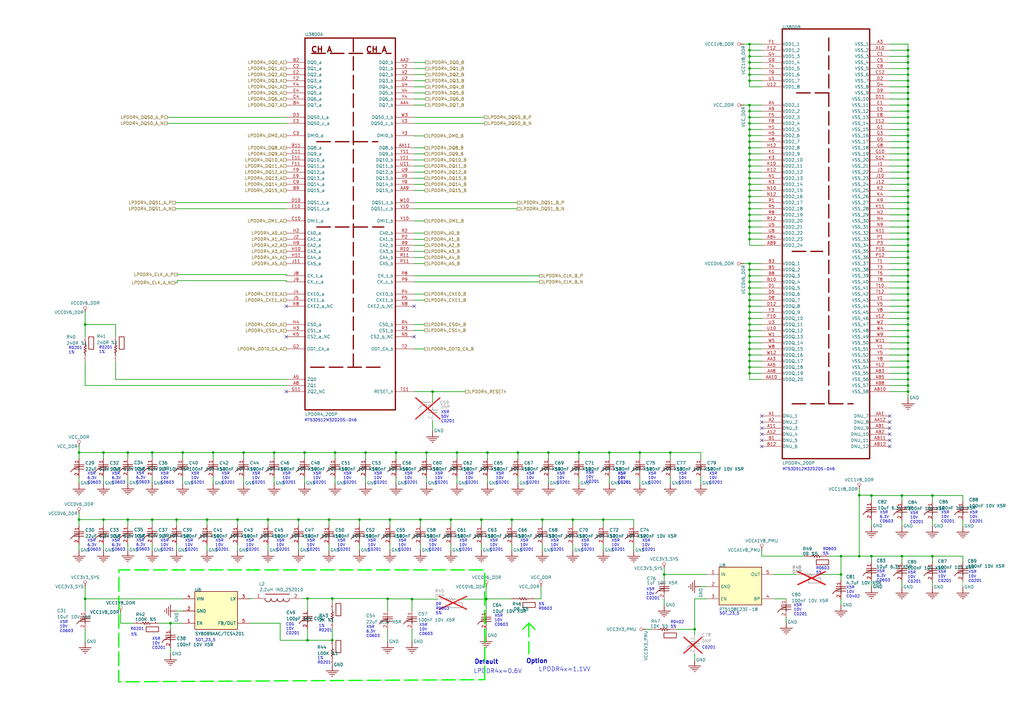
<source format=kicad_sch>
(kicad_sch (version 20230819) (generator eeschema)
  (paper "A3")
  (junction (at 372.42 58.11))
  (junction (at 172.42 213.11))
  (junction (at 372.42 158.11))
  (junction (at 307.42 150.61))
  (junction (at 372.42 33.11))
  (junction (at 307.42 130.61))
  (junction (at 372.42 133.11))
  (junction (at 122.42 213.11))
  (junction (at 52.42 185.61))
  (junction (at 372.42 143.11))
  (junction (at 307.42 25.61))
  (junction (at 307.42 60.61))
  (junction (at 212.42 185.61))
  (junction (at 158.984 245.61))
  (junction (at 307.42 23.11))
  (junction (at 307.42 90.61))
  (junction (at 72.42 213.11))
  (junction (at 372.42 28.11))
  (junction (at 307.42 120.61))
  (junction (at 97.42 213.11))
  (junction (at 372.42 45.61))
  (junction (at 307.42 73.11))
  (junction (at 224.92 185.61))
  (junction (at 307.42 113.11))
  (junction (at 372.42 65.61))
  (junction (at 372.42 160.61))
  (junction (at 262.42 185.61))
  (junction (at 372.42 78.11))
  (junction (at 382.42 203.23))
  (junction (at 307.42 53.11))
  (junction (at 372.42 155.61))
  (junction (at 307.42 125.61))
  (junction (at 307.42 140.61))
  (junction (at 199.398 245.61))
  (junction (at 147.42 213.11))
  (junction (at 372.42 148.11))
  (junction (at 52.42 213.11))
  (junction (at 372.42 108.11))
  (junction (at 307.42 43.11))
  (junction (at 372.42 20.61))
  (junction (at 134.92 213.11))
  (junction (at 372.42 80.61))
  (junction (at 307.42 108.11))
  (junction (at 247.42 213.11))
  (junction (at 372.42 113.11))
  (junction (at 307.42 153.11))
  (junction (at 307.42 145.61))
  (junction (at 137.42 185.61))
  (junction (at 372.42 63.11))
  (junction (at 307.42 143.11))
  (junction (at 307.42 118.11))
  (junction (at 307.42 55.61))
  (junction (at 307.42 85.61))
  (junction (at 372.42 23.11))
  (junction (at 307.42 75.61))
  (junction (at 34.92 133.11))
  (junction (at 372.42 60.61))
  (junction (at 272.42 235.61))
  (junction (at 62.42 213.11))
  (junction (at 136.284 245.478))
  (junction (at 307.42 93.11))
  (junction (at 162.42 185.61))
  (junction (at 372.42 115.61))
  (junction (at 307.42 33.11))
  (junction (at 344.92 235.61))
  (junction (at 307.42 148.11))
  (junction (at 372.42 35.61))
  (junction (at 284.92 258.11))
  (junction (at 307.42 78.11))
  (junction (at 352.42 203.11))
  (junction (at 187.42 185.61))
  (junction (at 372.42 25.61))
  (junction (at 372.42 85.61))
  (junction (at 184.92 213.11))
  (junction (at 307.42 68.11))
  (junction (at 177.42 160.642))
  (junction (at 372.42 145.61))
  (junction (at 199.398 245.732))
  (junction (at 372.42 105.61))
  (junction (at 126.132 262.602))
  (junction (at 372.42 135.61))
  (junction (at 307.42 48.11))
  (junction (at 222.42 213.11))
  (junction (at 372.42 90.61))
  (junction (at 372.42 88.11))
  (junction (at 42.42 213.11))
  (junction (at 372.42 55.61))
  (junction (at 372.42 128.11))
  (junction (at 372.42 48.11))
  (junction (at 149.92 185.61))
  (junction (at 372.42 98.11))
  (junction (at 372.42 43.11))
  (junction (at 372.42 75.61))
  (junction (at 344.92 228.11))
  (junction (at 352.42 228.11))
  (junction (at 307.42 65.61))
  (junction (at 234.92 213.11))
  (junction (at 307.42 138.11))
  (junction (at 372.42 140.61))
  (junction (at 372.42 118.11))
  (junction (at 372.42 70.61))
  (junction (at 307.42 128.11))
  (junction (at 307.42 70.61))
  (junction (at 372.42 120.61))
  (junction (at 372.42 73.11))
  (junction (at 307.42 58.11))
  (junction (at 307.42 123.11))
  (junction (at 372.42 93.11))
  (junction (at 369.92 203.23))
  (junction (at 32.42 185.61))
  (junction (at 372.42 40.61))
  (junction (at 372.42 110.61))
  (junction (at 372.42 138.11))
  (junction (at 274.92 185.61))
  (junction (at 109.92 213.11))
  (junction (at 307.42 30.61))
  (junction (at 372.42 150.61))
  (junction (at 209.92 213.11))
  (junction (at 249.92 185.61))
  (junction (at 69.92 255.61))
  (junction (at 136.284 262.602))
  (junction (at 372.42 38.11))
  (junction (at 32.42 213.11))
  (junction (at 99.92 185.61))
  (junction (at 34.92 245.61))
  (junction (at 307.42 98.11))
  (junction (at 372.42 123.11))
  (junction (at 237.42 185.61))
  (junction (at 168.984 245.732))
  (junction (at 372.42 95.61))
  (junction (at 307.42 88.11))
  (junction (at 84.92 213.11))
  (junction (at 372.42 100.61))
  (junction (at 307.42 95.61))
  (junction (at 307.42 115.61))
  (junction (at 197.42 213.11))
  (junction (at 307.42 63.11))
  (junction (at 372.42 30.61))
  (junction (at 199.92 185.61))
  (junction (at 372.42 103.11))
  (junction (at 307.42 80.61))
  (junction (at 307.42 28.11))
  (junction (at 372.42 130.61))
  (junction (at 357.42 203.23))
  (junction (at 372.42 153.11))
  (junction (at 159.92 213.11))
  (junction (at 307.42 20.61))
  (junction (at 112.42 185.61))
  (junction (at 372.42 50.61))
  (junction (at 307.42 50.61))
  (junction (at 87.42 185.61))
  (junction (at 124.92 185.61))
  (junction (at 126.132 245.478))
  (junction (at 307.42 135.61))
  (junction (at 307.42 83.11))
  (junction (at 307.42 18.11))
  (junction (at 307.42 133.11))
  (junction (at 382.42 228.11))
  (junction (at 372.42 125.61))
  (junction (at 307.42 110.61))
  (junction (at 357.42 228.11))
  (junction (at 74.92 185.61))
  (junction (at 372.42 83.11))
  (junction (at 174.92 185.61))
  (junction (at 42.42 185.61))
  (junction (at 307.42 45.61))
  (junction (at 372.42 53.11))
  (junction (at 62.42 185.61))
  (junction (at 372.42 68.11))
  (junction (at 369.92 228.11))
  (no_connect (at 312.42 173.11))
  (no_connect (at 117.42 138.11))
  (no_connect (at 364.92 183.11))
  (no_connect (at 364.92 170.61))
  (no_connect (at 312.42 178.11))
  (no_connect (at 312.42 183.11))
  (no_connect (at 364.92 175.61))
  (no_connect (at 312.42 175.61))
  (no_connect (at 169.92 125.61))
  (no_connect (at 364.92 178.11))
  (no_connect (at 312.42 180.61))
  (no_connect (at 312.42 170.61))
  (no_connect (at 117.42 125.61))
  (no_connect (at 364.92 180.61))
  (no_connect (at 117.42 160.61))
  (no_connect (at 364.92 173.11))
  (no_connect (at 169.92 138.11))
  (wire (pts (xy 47.42 133.11) (xy 34.92 133.11)) (stroke (width 0.254)))
  (wire (pts (xy 174.92 185.61) (xy 162.42 185.61)) (stroke (width 0.254)))
  (wire (pts (xy 109.92 215.61) (xy 109.92 213.11)) (stroke (width 0.254)))
  (wire (pts (xy 364.92 160.61) (xy 372.42 160.61)) (stroke (width 0.254)))
  (wire (pts (xy 109.92 223.23) (xy 109.92 225.61)) (stroke (width 0.254)))
  (wire (pts (xy 364.92 145.61) (xy 372.42 145.61)) (stroke (width 0.254)))
  (wire (pts (xy 198.622 48.11) (xy 169.92 48.11)) (stroke (width 0.254)))
  (wire (pts (xy 364.92 78.11) (xy 372.42 78.11)) (stroke (width 0.254)))
  (wire (pts (xy 312.42 78.11) (xy 307.42 78.11)) (stroke (width 0.254)))
  (wire (pts (xy 317.42 235.61) (xy 326.538 235.61)) (stroke (width 0.254)))
  (wire (pts (xy 237.42 195.73) (xy 237.42 198.11)) (stroke (width 0.254)))
  (wire (pts (xy 209.92 215.61) (xy 209.92 213.11)) (stroke (width 0.254)))
  (wire (pts (xy 99.92 188.11) (xy 99.92 185.61)) (stroke (width 0.254)))
  (wire (pts (xy 174.238 100.61) (xy 169.92 100.61)) (stroke (width 0.254)))
  (wire (pts (xy 312.42 100.61) (xy 307.42 100.61)) (stroke (width 0.254)))
  (wire (pts (xy 114.92 262.602) (xy 114.92 255.61)) (stroke (width 0.254)))
  (wire (pts (xy 177.42 160.61) (xy 177.42 160.642)) (stroke (width 0.254)))
  (wire (pts (xy 312.42 55.61) (xy 307.42 55.61)) (stroke (width 0.254)))
  (wire (pts (xy 112.42 188.11) (xy 112.42 185.61)) (stroke (width 0.254)))
  (wire (pts (xy 62.42 185.61) (xy 52.42 185.61)) (stroke (width 0.254)))
  (wire (pts (xy 174.138 135.496) (xy 169.92 135.496)) (stroke (width 0.254)))
  (wire (pts (xy 72.42 213.11) (xy 62.42 213.11)) (stroke (width 0.254)))
  (wire (pts (xy 357.42 240.61) (xy 357.42 238.23)) (stroke (width 0.254)))
  (wire (pts (xy 307.42 98.11) (xy 307.42 95.61)) (stroke (width 0.254)))
  (wire (pts (xy 372.42 140.61) (xy 372.42 138.11)) (stroke (width 0.254)))
  (wire (pts (xy 372.42 18.11) (xy 364.92 18.11)) (stroke (width 0.254)))
  (wire (pts (xy 336.698 235.61) (xy 344.92 235.61)) (stroke (width 0.254)))
  (wire (pts (xy 372.42 118.11) (xy 372.42 115.61)) (stroke (width 0.254)))
  (wire (pts (xy 172.42 213.11) (xy 159.92 213.11)) (stroke (width 0.254)))
  (wire (pts (xy 364.92 85.61) (xy 372.42 85.61)) (stroke (width 0.254)))
  (wire (pts (xy 137.42 188.11) (xy 137.42 185.61)) (stroke (width 0.254)))
  (wire (pts (xy 312.42 30.61) (xy 307.42 30.61)) (stroke (width 0.254)))
  (wire (pts (xy 372.42 63.11) (xy 372.42 60.61)) (stroke (width 0.254)))
  (wire (pts (xy 364.92 110.61) (xy 372.42 110.61)) (stroke (width 0.254)))
  (wire (pts (xy 62.42 213.11) (xy 62.42 215.49)) (stroke (width 0.254)))
  (wire (pts (xy 172.42 223.23) (xy 172.42 225.61)) (stroke (width 0.254)))
  (wire (pts (xy 307.42 53.11) (xy 307.42 50.61)) (stroke (width 0.254)))
  (wire (pts (xy 99.92 195.73) (xy 99.92 198.11)) (stroke (width 0.254)))
  (wire (pts (xy 199.92 195.73) (xy 199.92 198.11)) (stroke (width 0.254)))
  (wire (pts (xy 147.42 213.11) (xy 134.92 213.11)) (stroke (width 0.254)))
  (wire (pts (xy 372.42 43.11) (xy 372.42 40.61)) (stroke (width 0.254)))
  (wire (pts (xy 364.92 43.11) (xy 372.42 43.11)) (stroke (width 0.254)))
  (wire (pts (xy 372.42 155.61) (xy 372.42 153.11)) (stroke (width 0.254)))
  (wire (pts (xy 307.42 55.61) (xy 307.42 53.11)) (stroke (width 0.254)))
  (wire (pts (xy 197.42 215.61) (xy 197.42 213.11)) (stroke (width 0.254)))
  (wire (pts (xy 307.42 25.61) (xy 307.42 28.11)) (stroke (width 0.254)))
  (wire (pts (xy 364.92 63.11) (xy 372.42 63.11)) (stroke (width 0.254)))
  (wire (pts (xy 357.42 228.11) (xy 369.92 228.11)) (stroke (width 0.254)))
  (wire (pts (xy 222.42 223.23) (xy 222.42 225.61)) (stroke (width 0.254)))
  (wire (pts (xy 307.42 58.11) (xy 307.42 55.61)) (stroke (width 0.254)))
  (wire (pts (xy 84.92 215.61) (xy 84.92 213.11)) (stroke (width 0.254)))
  (wire (pts (xy 72.716 115.102) (xy 117.42 115.102)) (stroke (width 0.254)))
  (wire (pts (xy 372.42 110.61) (xy 372.42 108.11)) (stroke (width 0.254)))
  (wire (pts (xy 174.238 78.11) (xy 169.92 78.11)) (stroke (width 0.254)))
  (wire (pts (xy 177.42 160.642) (xy 177.42 164.96)) (stroke (width 0.254)))
  (wire (pts (xy 267.26 258.11) (xy 264.92 258.11)) (stroke (width 0.254)))
  (wire (pts (xy 174.138 98.158) (xy 169.92 98.158)) (stroke (width 0.254)))
  (wire (pts (xy 372.42 78.11) (xy 372.42 75.61)) (stroke (width 0.254)))
  (wire (pts (xy 352.42 228.11) (xy 344.92 228.11)) (stroke (width 0.254)))
  (wire (pts (xy 32.42 183.11) (xy 32.42 185.61)) (stroke (width 0.254)))
  (wire (pts (xy 372.42 153.11) (xy 372.42 150.61)) (stroke (width 0.254)))
  (wire (pts (xy 364.92 113.11) (xy 372.42 113.11)) (stroke (width 0.254)))
  (wire (pts (xy 87.42 188.11) (xy 87.42 185.61)) (stroke (width 0.254)))
  (wire (pts (xy 364.92 93.11) (xy 372.42 93.11)) (stroke (width 0.254)))
  (wire (pts (xy 364.92 35.61) (xy 372.42 35.61)) (stroke (width 0.254)))
  (wire (pts (xy 307.42 18.11) (xy 307.42 20.61)) (stroke (width 0.254)))
  (wire (pts (xy 34.92 245.61) (xy 34.92 240.61)) (stroke (width 0.254)))
  (wire (pts (xy 364.92 133.11) (xy 372.42 133.11)) (stroke (width 0.254)))
  (wire (pts (xy 99.92 185.61) (xy 87.42 185.61)) (stroke (width 0.254)))
  (wire (pts (xy 169.92 95.618) (xy 169.92 95.61)) (stroke (width 0.254)))
  (wire (pts (xy 137.42 195.73) (xy 137.42 198.11)) (stroke (width 0.254)))
  (wire (pts (xy 312.42 125.61) (xy 307.42 125.61)) (stroke (width 0.254)))
  (wire (pts (xy 169.92 55.74) (xy 169.92 55.61)) (stroke (width 0.254)))
  (wire (pts (xy 364.92 38.11) (xy 372.42 38.11)) (stroke (width 0.254)))
  (wire (pts (xy 174.138 95.618) (xy 169.92 95.618)) (stroke (width 0.254)))
  (wire (pts (xy 364.92 58.11) (xy 372.42 58.11)) (stroke (width 0.254)))
  (wire (pts (xy 364.92 143.11) (xy 372.42 143.11)) (stroke (width 0.254)))
  (wire (pts (xy 237.42 188.11) (xy 237.42 185.61)) (stroke (width 0.254)))
  (wire (pts (xy 312.42 18.11) (xy 307.42 18.11)) (stroke (width 0.254)))
  (wire (pts (xy 307.42 45.61) (xy 307.42 43.11)) (stroke (width 0.254)))
  (polyline (pts (xy 216.898 255.61) (xy 219.398 258.11)) (stroke (width 0.508) (type dash) (color 0 255 0 1)))
  (wire (pts (xy 42.42 198.11) (xy 42.42 195.73)) (stroke (width 0.254)))
  (wire (pts (xy 221.228 115.61) (xy 169.92 115.61)) (stroke (width 0.254)))
  (wire (pts (xy 307.42 33.11) (xy 307.42 35.61)) (stroke (width 0.254)))
  (wire (pts (xy 112.42 195.73) (xy 112.42 198.11)) (stroke (width 0.254)))
  (wire (pts (xy 364.92 45.61) (xy 372.42 45.61)) (stroke (width 0.254)))
  (wire (pts (xy 312.42 50.61) (xy 307.42 50.61)) (stroke (width 0.254)))
  (wire (pts (xy 312.42 75.61) (xy 307.42 75.61)) (stroke (width 0.254)))
  (wire (pts (xy 159.92 223.23) (xy 159.92 225.61)) (stroke (width 0.254)))
  (wire (pts (xy 372.42 148.11) (xy 372.42 145.61)) (stroke (width 0.254)))
  (wire (pts (xy 364.92 73.11) (xy 372.42 73.11)) (stroke (width 0.254)))
  (wire (pts (xy 312.42 25.61) (xy 307.42 25.61)) (stroke (width 0.254)))
  (wire (pts (xy 249.92 188.11) (xy 249.92 185.61)) (stroke (width 0.254)))
  (wire (pts (xy 372.42 128.11) (xy 372.42 125.61)) (stroke (width 0.254)))
  (wire (pts (xy 307.42 63.11) (xy 307.42 60.61)) (stroke (width 0.254)))
  (wire (pts (xy 312.42 133.11) (xy 307.42 133.11)) (stroke (width 0.254)))
  (wire (pts (xy 369.92 203.23) (xy 357.42 203.23)) (stroke (width 0.254)))
  (wire (pts (xy 158.984 245.61) (xy 168.984 245.61)) (stroke (width 0.254)))
  (wire (pts (xy 312.42 108.11) (xy 307.42 108.11)) (stroke (width 0.254)))
  (wire (pts (xy 74.92 188.11) (xy 74.92 185.61)) (stroke (width 0.254)))
  (wire (pts (xy 209.92 213.11) (xy 197.42 213.11)) (stroke (width 0.254)))
  (wire (pts (xy 169.92 160.61) (xy 177.42 160.61)) (stroke (width 0.254)))
  (wire (pts (xy 312.42 148.11) (xy 307.42 148.11)) (stroke (width 0.254)))
  (wire (pts (xy 212.42 195.73) (xy 212.42 198.11)) (stroke (width 0.254)))
  (wire (pts (xy 187.42 188.11) (xy 187.42 185.61)) (stroke (width 0.254)))
  (wire (pts (xy 124.92 195.73) (xy 124.92 198.11)) (stroke (width 0.254)))
  (wire (pts (xy 71.776 115.938) (xy 72.716 115.938)) (stroke (width 0.254)))
  (wire (pts (xy 372.42 25.61) (xy 372.42 23.11)) (stroke (width 0.254)))
  (wire (pts (xy 312.42 60.61) (xy 307.42 60.61)) (stroke (width 0.254)))
  (wire (pts (xy 32.42 210.61) (xy 32.42 213.11)) (stroke (width 0.254)))
  (wire (pts (xy 34.92 158.11) (xy 34.92 148.27)) (stroke (width 0.254)))
  (wire (pts (xy 199.92 185.61) (xy 187.42 185.61)) (stroke (width 0.254)))
  (wire (pts (xy 372.42 135.61) (xy 372.42 133.11)) (stroke (width 0.254)))
  (wire (pts (xy 307.42 60.61) (xy 307.42 58.11)) (stroke (width 0.254)))
  (wire (pts (xy 187.42 185.61) (xy 174.92 185.61)) (stroke (width 0.254)))
  (wire (pts (xy 122.42 223.23) (xy 122.42 225.61)) (stroke (width 0.254)))
  (wire (pts (xy 159.92 215.61) (xy 159.92 213.11)) (stroke (width 0.254)))
  (wire (pts (xy 357.42 203.23) (xy 357.42 205.61)) (stroke (width 0.254)))
  (wire (pts (xy 137.42 185.61) (xy 124.92 185.61)) (stroke (width 0.254)))
  (wire (pts (xy 174.238 123.11) (xy 169.92 123.11)) (stroke (width 0.254)))
  (wire (pts (xy 277.42 258.11) (xy 284.92 258.11)) (stroke (width 0.254)))
  (wire (pts (xy 372.42 45.61) (xy 372.42 43.11)) (stroke (width 0.254)))
  (wire (pts (xy 149.92 195.73) (xy 149.92 198.11)) (stroke (width 0.254)))
  (wire (pts (xy 352.42 228.11) (xy 357.42 228.11)) (stroke (width 0.254)))
  (wire (pts (xy 364.92 40.61) (xy 372.42 40.61)) (stroke (width 0.254)))
  (wire (pts (xy 189.632 245.732) (xy 199.398 245.732)) (stroke (width 0.254)))
  (wire (pts (xy 284.92 258.11) (xy 284.92 245.61)) (stroke (width 0.254)))
  (wire (pts (xy 136.284 245.478) (xy 136.284 247.442)) (stroke (width 0.254)))
  (wire (pts (xy 357.42 215.61) (xy 357.42 213.23)) (stroke (width 0.254)))
  (wire (pts (xy 162.42 195.73) (xy 162.42 198.11)) (stroke (width 0.254)))
  (wire (pts (xy 372.42 73.11) (xy 372.42 70.61)) (stroke (width 0.254)))
  (wire (pts (xy 307.42 123.11) (xy 307.42 125.61)) (stroke (width 0.254)))
  (wire (pts (xy 249.92 195.73) (xy 249.92 198.11)) (stroke (width 0.254)))
  (wire (pts (xy 52.42 185.61) (xy 42.42 185.61)) (stroke (width 0.254)))
  (wire (pts (xy 62.42 187.99) (xy 62.42 185.61)) (stroke (width 0.254)))
  (wire (pts (xy 372.42 48.11) (xy 372.42 45.61)) (stroke (width 0.254)))
  (wire (pts (xy 312.42 73.11) (xy 307.42 73.11)) (stroke (width 0.254)))
  (wire (pts (xy 372.42 150.61) (xy 372.42 148.11)) (stroke (width 0.254)))
  (wire (pts (xy 364.92 25.61) (xy 372.42 25.61)) (stroke (width 0.254)))
  (wire (pts (xy 62.42 198.11) (xy 62.42 195.61)) (stroke (width 0.254)))
  (wire (pts (xy 382.42 213.35) (xy 382.42 215.73)) (stroke (width 0.254)))
  (wire (pts (xy 364.92 108.11) (xy 372.42 108.11)) (stroke (width 0.254)))
  (wire (pts (xy 307.42 143.11) (xy 307.42 145.61)) (stroke (width 0.254)))
  (wire (pts (xy 352.42 203.11) (xy 352.42 228.11)) (stroke (width 0.254)))
  (wire (pts (xy 312.42 93.11) (xy 307.42 93.11)) (stroke (width 0.254)))
  (wire (pts (xy 394.92 238.35) (xy 394.92 240.73)))
  (wire (pts (xy 62.42 225.61) (xy 62.42 223.11)) (stroke (width 0.254)))
  (wire (pts (xy 198.622 50.61) (xy 169.92 50.61)) (stroke (width 0.254)))
  (wire (pts (xy 221.898 240.61) (xy 221.898 245.61)) (stroke (width 0.254)))
  (wire (pts (xy 174.238 103.11) (xy 169.92 103.11)) (stroke (width 0.254)))
  (wire (pts (xy 136.284 272.762) (xy 136.284 272.602)) (stroke (width 0.254)))
  (wire (pts (xy 382.42 230.73) (xy 382.42 228.11)) (stroke (width 0.254)))
  (wire (pts (xy 174.492 28.11) (xy 169.92 28.11)) (stroke (width 0.254)))
  (wire (pts (xy 312.42 138.11) (xy 307.42 138.11)) (stroke (width 0.254)))
  (wire (pts (xy 372.42 28.11) (xy 372.42 25.61)) (stroke (width 0.254)))
  (wire (pts (xy 312.42 95.61) (xy 307.42 95.61)) (stroke (width 0.254)))
  (wire (pts (xy 307.42 93.11) (xy 307.42 90.61)) (stroke (width 0.254)))
  (wire (pts (xy 307.42 120.61) (xy 307.42 118.11)) (stroke (width 0.254)))
  (wire (pts (xy 382.42 203.23) (xy 369.92 203.23)) (stroke (width 0.254)))
  (wire (pts (xy 134.92 213.11) (xy 122.42 213.11)) (stroke (width 0.254)))
  (wire (pts (xy 174.492 30.61) (xy 169.92 30.61)) (stroke (width 0.254)))
  (wire (pts (xy 307.42 98.11) (xy 312.42 98.11)) (stroke (width 0.254)))
  (wire (pts (xy 307.42 70.61) (xy 307.42 68.11)) (stroke (width 0.254)))
  (wire (pts (xy 312.42 228.11) (xy 312.42 225.61)) (stroke (width 0.254)))
  (wire (pts (xy 122.42 213.11) (xy 109.92 213.11)) (stroke (width 0.254)))
  (polyline (pts (xy 216.898 255.61) (xy 214.398 258.11)) (stroke (width 0.508) (type dash) (color 0 255 0 1)))
  (wire (pts (xy 174.492 38.11) (xy 169.92 38.11)) (stroke (width 0.254)))
  (wire (pts (xy 307.42 35.61) (xy 312.42 35.61)) (stroke (width 0.254)))
  (wire (pts (xy 174.238 68.11) (xy 169.92 68.11)) (stroke (width 0.254)))
  (wire (pts (xy 134.92 215.61) (xy 134.92 213.11)) (stroke (width 0.254)))
  (wire (pts (xy 272.42 235.61) (xy 272.42 233.11)) (stroke (width 0.254)))
  (wire (pts (xy 209.92 223.23) (xy 209.92 225.61)) (stroke (width 0.254)))
  (wire (pts (xy 312.42 70.61) (xy 307.42 70.61)) (stroke (width 0.254)))
  (wire (pts (xy 364.92 83.11) (xy 372.42 83.11)) (stroke (width 0.254)))
  (wire (pts (xy 159.92 213.11) (xy 147.42 213.11)) (stroke (width 0.254)))
  (wire (pts (xy 372.42 83.11) (xy 372.42 80.61)) (stroke (width 0.254)))
  (wire (pts (xy 372.42 23.11) (xy 372.42 20.61)) (stroke (width 0.254)))
  (wire (pts (xy 84.92 213.11) (xy 72.42 213.11)) (stroke (width 0.254)))
  (wire (pts (xy 364.92 105.61) (xy 372.42 105.61)) (stroke (width 0.254)))
  (wire (pts (xy 364.92 88.11) (xy 372.42 88.11)) (stroke (width 0.254)))
  (wire (pts (xy 307.42 135.61) (xy 307.42 138.11)) (stroke (width 0.254)))
  (wire (pts (xy 364.92 20.61) (xy 372.42 20.61)) (stroke (width 0.254)))
  (wire (pts (xy 369.92 238.35) (xy 369.92 240.73)) (stroke (width 0.254)))
  (wire (pts (xy 42.42 213.11) (xy 52.42 213.11)) (stroke (width 0.254)))
  (wire (pts (xy 42.42 215.61) (xy 42.42 213.11)) (stroke (width 0.254)))
  (wire (pts (xy 307.42 28.11) (xy 307.42 30.61)) (stroke (width 0.254)))
  (wire (pts (xy 307.42 43.11) (xy 304.92 43.11)) (stroke (width 0.254)))
  (wire (pts (xy 74.92 245.61) (xy 34.92 245.61)) (stroke (width 0.254)))
  (wire (pts (xy 69.92 255.61) (xy 65.08 255.61)) (stroke (width 0.254)))
  (wire (pts (xy 174.92 195.73) (xy 174.92 198.11)) (stroke (width 0.254)))
  (wire (pts (xy 52.42 197.99) (xy 52.42 195.61)) (stroke (width 0.254)))
  (wire (pts (xy 199.92 188.11) (xy 199.92 185.61)) (stroke (width 0.254)))
  (wire (pts (xy 197.42 223.23) (xy 197.42 225.61)) (stroke (width 0.254)))
  (wire (pts (xy 174.238 90.61) (xy 169.92 90.61)) (stroke (width 0.254)))
  (wire (pts (xy 307.42 75.61) (xy 307.42 73.11)) (stroke (width 0.254)))
  (wire (pts (xy 307.42 118.11) (xy 307.42 115.61)) (stroke (width 0.254)))
  (wire (pts (xy 307.42 148.11) (xy 307.42 150.61)) (stroke (width 0.254)))
  (wire (pts (xy 174.238 108.11) (xy 169.92 108.11)) (stroke (width 0.254)))
  (wire (pts (xy 274.92 185.61) (xy 262.42 185.61)) (stroke (width 0.254)))
  (wire (pts (xy 307.42 120.61) (xy 307.42 123.11)) (stroke (width 0.254)))
  (wire (pts (xy 124.92 185.61) (xy 112.42 185.61)) (stroke (width 0.254)))
  (wire (pts (xy 47.42 138.11) (xy 47.42 133.11)) (stroke (width 0.254)))
  (wire (pts (xy 274.92 188.11) (xy 274.92 185.61)) (stroke (width 0.254)))
  (wire (pts (xy 307.42 23.11) (xy 307.42 25.61)) (stroke (width 0.254)))
  (wire (pts (xy 149.92 188.11) (xy 149.92 185.61)) (stroke (width 0.254)))
  (wire (pts (xy 224.92 185.61) (xy 212.42 185.61)) (stroke (width 0.254)))
  (wire (pts (xy 123.846 245.478) (xy 126.132 245.478)) (stroke (width 0.254)))
  (wire (pts (xy 284.92 260.61) (xy 284.92 258.11)) (stroke (width 0.254)))
  (wire (pts (xy 169.92 143.116) (xy 169.92 143.11)) (stroke (width 0.254)))
  (wire (pts (xy 74.92 195.73) (xy 74.92 198.11)) (stroke (width 0.254)))
  (wire (pts (xy 177.42 160.642) (xy 190.902 160.642)) (stroke (width 0.254)))
  (wire (pts (xy 312.42 28.11) (xy 307.42 28.11)) (stroke (width 0.254)))
  (wire (pts (xy 364.92 140.61) (xy 372.42 140.61)) (stroke (width 0.254)))
  (wire (pts (xy 369.92 213.35) (xy 369.92 215.73)) (stroke (width 0.254)))
  (wire (pts (xy 357.42 203.23) (xy 357.42 203.11)) (stroke (width 0.254)))
  (wire (pts (xy 174.92 188.11) (xy 174.92 185.61)) (stroke (width 0.254)))
  (wire (pts (xy 344.92 228.11) (xy 339.92 228.11)) (stroke (width 0.254)))
  (wire (pts (xy 312.42 153.11) (xy 307.42 153.11)) (stroke (width 0.254)))
  (wire (pts (xy 34.92 263.11) (xy 34.92 258.11)) (stroke (width 0.254)))
  (wire (pts (xy 312.42 130.61) (xy 307.42 130.61)) (stroke (width 0.254)))
  (wire (pts (xy 117.42 115.102) (xy 117.42 115.61)) (stroke (width 0.254)))
  (wire (pts (xy 312.42 135.61) (xy 307.42 135.61)) (stroke (width 0.254)))
  (wire (pts (xy 394.92 213.35) (xy 394.92 215.73)) (stroke (width 0.254)))
  (wire (pts (xy 158.984 250.49) (xy 158.984 245.61)) (stroke (width 0.254)))
  (wire (pts (xy 87.42 195.73) (xy 87.42 198.11)) (stroke (width 0.254)))
  (wire (pts (xy 372.42 108.11) (xy 372.42 105.61)) (stroke (width 0.254)))
  (wire (pts (xy 234.92 223.23) (xy 234.92 225.61)) (stroke (width 0.254)))
  (wire (pts (xy 32.42 213.11) (xy 32.42 215.61)) (stroke (width 0.254)))
  (wire (pts (xy 372.42 113.11) (xy 372.42 110.61)) (stroke (width 0.254)))
  (wire (pts (xy 71.954 83.11) (xy 117.42 83.11)) (stroke (width 0.254)))
  (wire (pts (xy 364.92 50.61) (xy 372.42 50.61)) (stroke (width 0.254)))
  (wire (pts (xy 212.084 83.11) (xy 169.92 83.11)) (stroke (width 0.254)))
  (wire (pts (xy 312.42 80.61) (xy 307.42 80.61)) (stroke (width 0.254)))
  (wire (pts (xy 174.238 60.61) (xy 169.92 60.61)) (stroke (width 0.254)))
  (wire (pts (xy 369.92 205.73) (xy 369.92 203.23)) (stroke (width 0.254)))
  (wire (pts (xy 212.42 188.11) (xy 212.42 185.61)) (stroke (width 0.254)))
  (wire (pts (xy 394.92 205.73) (xy 394.92 203.23)) (stroke (width 0.254)))
  (wire (pts (xy 307.42 155.61) (xy 312.42 155.61)) (stroke (width 0.254)))
  (wire (pts (xy 136.284 245.478) (xy 158.984 245.478)) (stroke (width 0.254)))
  (wire (pts (xy 312.42 128.11) (xy 307.42 128.11)) (stroke (width 0.254)))
  (wire (pts (xy 364.92 53.11) (xy 372.42 53.11)) (stroke (width 0.254)))
  (wire (pts (xy 307.42 133.11) (xy 307.42 135.61)) (stroke (width 0.254)))
  (wire (pts (xy 307.42 50.61) (xy 307.42 48.11)) (stroke (width 0.254)))
  (wire (pts (xy 32.42 195.73) (xy 32.42 198.11)) (stroke (width 0.254)))
  (wire (pts (xy 364.92 90.61) (xy 372.42 90.61)) (stroke (width 0.254)))
  (wire (pts (xy 72.42 215.61) (xy 72.42 213.11)) (stroke (width 0.254)))
  (wire (pts (xy 372.42 105.61) (xy 372.42 103.11)) (stroke (width 0.254)))
  (wire (pts (xy 97.42 223.23) (xy 97.42 225.61)) (stroke (width 0.254)))
  (wire (pts (xy 199.398 260.61) (xy 199.398 258.23)) (stroke (width 0.254)))
  (wire (pts (xy 364.92 130.61) (xy 372.42 130.61)) (stroke (width 0.254)))
  (wire (pts (xy 312.42 120.61) (xy 307.42 120.61)) (stroke (width 0.254)))
  (wire (pts (xy 34.92 128.11) (xy 34.92 133.11)) (stroke (width 0.254)))
  (wire (pts (xy 212.084 85.61) (xy 169.92 85.61)) (stroke (width 0.254)))
  (wire (pts (xy 307.42 145.61) (xy 307.42 148.11)) (stroke (width 0.254)))
  (wire (pts (xy 174.138 143.116) (xy 169.92 143.116)) (stroke (width 0.254)))
  (wire (pts (xy 222.42 215.61) (xy 222.42 213.11)) (stroke (width 0.254)))
  (wire (pts (xy 174.492 40.61) (xy 169.92 40.61)) (stroke (width 0.254)))
  (wire (pts (xy 126.132 257.924) (xy 126.132 262.602)) (stroke (width 0.254)))
  (wire (pts (xy 372.42 85.61) (xy 372.42 83.11)) (stroke (width 0.254)))
  (wire (pts (xy 382.42 205.73) (xy 382.42 203.23)) (stroke (width 0.254)))
  (wire (pts (xy 312.42 45.61) (xy 307.42 45.61)) (stroke (width 0.254)))
  (wire (pts (xy 177.44 172.58) (xy 177.44 176.644)) (stroke (width 0.254)))
  (wire (pts (xy 177.42 164.96) (xy 177.44 164.96)) (stroke (width 0.254)))
  (wire (pts (xy 221.898 245.61) (xy 219.558 245.61)) (stroke (width 0.254)))
  (polyline (pts (xy 216.898 255.61) (xy 216.898 268.11)) (stroke (width 0.508) (type dash) (color 0 255 0 1)))
  (wire (pts (xy 312.42 63.11) (xy 307.42 63.11)) (stroke (width 0.254)))
  (wire (pts (xy 224.92 188.11) (xy 224.92 185.61)) (stroke (width 0.254)))
  (wire (pts (xy 307.42 18.11) (xy 304.92 18.11)) (stroke (width 0.254)))
  (wire (pts (xy 322.42 253.23) (xy 322.42 255.13)) (stroke (width 0.254)))
  (wire (pts (xy 312.42 113.11) (xy 307.42 113.11)) (stroke (width 0.254)))
  (wire (pts (xy 52.42 225.49) (xy 52.42 223.11)) (stroke (width 0.254)))
  (wire (pts (xy 364.92 60.61) (xy 372.42 60.61)) (stroke (width 0.254)))
  (wire (pts (xy 307.42 83.11) (xy 307.42 80.61)) (stroke (width 0.254)))
  (wire (pts (xy 322.42 255.13) (xy 322.474 255.13)) (stroke (width 0.254)))
  (wire (pts (xy 197.42 213.11) (xy 184.92 213.11)) (stroke (width 0.254)))
  (wire (pts (xy 364.92 55.61) (xy 372.42 55.61)) (stroke (width 0.254)))
  (wire (pts (xy 372.42 103.11) (xy 372.42 100.61)) (stroke (width 0.254)))
  (wire (pts (xy 307.42 138.11) (xy 307.42 140.61)) (stroke (width 0.254)))
  (wire (pts (xy 364.92 23.11) (xy 372.42 23.11)) (stroke (width 0.254)))
  (wire (pts (xy 209.398 245.61) (xy 199.398 245.61)) (stroke (width 0.254)))
  (wire (pts (xy 117.42 112.602) (xy 117.42 113.11)) (stroke (width 0.254)))
  (wire (pts (xy 307.42 110.61) (xy 307.42 108.11)) (stroke (width 0.254)))
  (wire (pts (xy 372.42 95.61) (xy 372.42 93.11)) (stroke (width 0.254)))
  (wire (pts (xy 344.92 238.11) (xy 344.92 235.61)) (stroke (width 0.254)))
  (wire (pts (xy 287.42 188.11) (xy 287.42 185.61)) (stroke (width 0.254)))
  (wire (pts (xy 52.42 213.11) (xy 62.42 213.11)) (stroke (width 0.254)))
  (wire (pts (xy 102.42 245.478) (xy 102.42 245.61)) (stroke (width 0.254)))
  (wire (pts (xy 372.42 68.11) (xy 372.42 65.61)) (stroke (width 0.254)))
  (wire (pts (xy 168.984 245.732) (xy 179.472 245.732)) (stroke (width 0.254)))
  (wire (pts (xy 307.42 73.11) (xy 307.42 70.61)) (stroke (width 0.254)))
  (wire (pts (xy 114.92 255.61) (xy 102.42 255.61)) (stroke (width 0.254)))
  (wire (pts (xy 364.92 33.11) (xy 372.42 33.11)) (stroke (width 0.254)))
  (wire (pts (xy 174.238 133.11) (xy 169.92 133.11)) (stroke (width 0.254)))
  (wire (pts (xy 364.92 80.61) (xy 372.42 80.61)) (stroke (width 0.254)))
  (wire (pts (xy 84.92 223.23) (xy 84.92 225.61)) (stroke (width 0.254)))
  (wire (pts (xy 74.92 185.61) (xy 62.42 185.61)) (stroke (width 0.254)))
  (wire (pts (xy 307.42 140.61) (xy 307.42 143.11)) (stroke (width 0.254)))
  (wire (pts (xy 372.42 158.11) (xy 372.42 155.61)) (stroke (width 0.254)))
  (wire (pts (xy 72.42 223.23) (xy 72.42 225.61)) (stroke (width 0.254)))
  (wire (pts (xy 72.716 112.602) (xy 117.42 112.602)) (stroke (width 0.254)))
  (wire (pts (xy 364.92 28.11) (xy 372.42 28.11)) (stroke (width 0.254)))
  (wire (pts (xy 364.92 148.11) (xy 372.42 148.11)) (stroke (width 0.254)))
  (wire (pts (xy 307.42 78.11) (xy 307.42 75.61)) (stroke (width 0.254)))
  (wire (pts (xy 357.42 203.11) (xy 352.42 203.11)) (stroke (width 0.254)))
  (wire (pts (xy 74.92 255.61) (xy 69.92 255.61)) (stroke (width 0.254)))
  (wire (pts (xy 174.238 120.61) (xy 169.92 120.61)) (stroke (width 0.254)))
  (wire (pts (xy 169.92 98.158) (xy 169.92 98.11)) (stroke (width 0.254)))
  (wire (pts (xy 224.92 195.73) (xy 224.92 198.11)) (stroke (width 0.254)))
  (wire (pts (xy 312.42 20.61) (xy 307.42 20.61)) (stroke (width 0.254)))
  (wire (pts (xy 34.92 133.11) (xy 34.92 138.11)) (stroke (width 0.254)))
  (wire (pts (xy 364.92 68.11) (xy 372.42 68.11)) (stroke (width 0.254)))
  (wire (pts (xy 184.92 215.61) (xy 184.92 213.11)) (stroke (width 0.254)))
  (wire (pts (xy 364.92 123.11) (xy 372.42 123.11)) (stroke (width 0.254)))
  (wire (pts (xy 372.42 30.61) (xy 372.42 28.11)) (stroke (width 0.254)))
  (wire (pts (xy 174.492 35.61) (xy 169.92 35.61)) (stroke (width 0.254)))
  (wire (pts (xy 122.42 215.61) (xy 122.42 213.11)) (stroke (width 0.254)))
  (wire (pts (xy 312.42 43.11) (xy 307.42 43.11)) (stroke (width 0.254)))
  (wire (pts (xy 187.42 195.73) (xy 187.42 198.11)) (stroke (width 0.254)))
  (wire (pts (xy 364.92 70.61) (xy 372.42 70.61)) (stroke (width 0.254)))
  (wire (pts (xy 372.42 35.61) (xy 372.42 33.11)) (stroke (width 0.254)))
  (wire (pts (xy 307.42 30.61) (xy 307.42 33.11)) (stroke (width 0.254)))
  (wire (pts (xy 312.42 90.61) (xy 307.42 90.61)) (stroke (width 0.254)))
  (wire (pts (xy 372.42 33.11) (xy 372.42 30.61)) (stroke (width 0.254)))
  (wire (pts (xy 312.42 23.11) (xy 307.42 23.11)) (stroke (width 0.254)))
  (wire (pts (xy 174.492 43.11) (xy 169.92 43.11)) (stroke (width 0.254)))
  (wire (pts (xy 312.42 140.61) (xy 307.42 140.61)) (stroke (width 0.254)))
  (wire (pts (xy 372.42 53.11) (xy 372.42 50.61)) (stroke (width 0.254)))
  (wire (pts (xy 307.42 125.61) (xy 307.42 128.11)) (stroke (width 0.254)))
  (wire (pts (xy 312.42 145.61) (xy 307.42 145.61)) (stroke (width 0.254)))
  (wire (pts (xy 372.42 40.61) (xy 372.42 38.11)) (stroke (width 0.254)))
  (wire (pts (xy 307.42 88.11) (xy 307.42 85.61)) (stroke (width 0.254)))
  (wire (pts (xy 372.42 80.61) (xy 372.42 78.11)) (stroke (width 0.254)))
  (wire (pts (xy 68.652 50.61) (xy 117.42 50.61)) (stroke (width 0.254)))
  (wire (pts (xy 372.42 65.61) (xy 372.42 63.11)) (stroke (width 0.254)))
  (wire (pts (xy 312.42 110.61) (xy 307.42 110.61)) (stroke (width 0.254)))
  (wire (pts (xy 357.42 228.11) (xy 357.42 230.61)) (stroke (width 0.254)))
  (wire (pts (xy 262.42 195.73) (xy 262.42 198.11)) (stroke (width 0.254)))
  (wire (pts (xy 174.238 70.61) (xy 169.92 70.61)) (stroke (width 0.254)))
  (wire (pts (xy 369.92 228.11) (xy 382.42 228.11)) (stroke (width 0.254)))
  (wire (pts (xy 222.42 213.11) (xy 209.92 213.11)) (stroke (width 0.254)))
  (wire (pts (xy 47.42 155.61) (xy 47.42 148.27)) (stroke (width 0.254)))
  (wire (pts (xy 49.49 255.61) (xy 54.92 255.61)) (stroke (width 0.254)))
  (wire (pts (xy 364.92 95.61) (xy 372.42 95.61)) (stroke (width 0.254)))
  (wire (pts (xy 262.42 188.11) (xy 262.42 185.61)) (stroke (width 0.254)))
  (wire (pts (xy 174.238 73.11) (xy 169.92 73.11)) (stroke (width 0.254)))
  (wire (pts (xy 364.92 155.61) (xy 372.42 155.61)) (stroke (width 0.254)))
  (wire (pts (xy 247.42 215.61) (xy 247.42 213.11)) (stroke (width 0.254)))
  (wire (pts (xy 147.42 215.61) (xy 147.42 213.11)) (stroke (width 0.254)))
  (wire (pts (xy 307.42 115.61) (xy 307.42 113.11)) (stroke (width 0.254)))
  (wire (pts (xy 109.92 213.11) (xy 97.42 213.11)) (stroke (width 0.254)))
  (wire (pts (xy 344.92 248.11) (xy 344.92 245.73)) (stroke (width 0.254)))
  (wire (pts (xy 394.92 203.23) (xy 382.42 203.23)) (stroke (width 0.254)))
  (wire (pts (xy 372.42 50.61) (xy 372.42 48.11)) (stroke (width 0.254)))
  (wire (pts (xy 34.92 250.49) (xy 34.92 245.61)) (stroke (width 0.254)))
  (wire (pts (xy 289.92 235.61) (xy 272.42 235.61)) (stroke (width 0.254)))
  (wire (pts (xy 307.42 80.61) (xy 307.42 78.11)) (stroke (width 0.254)))
  (wire (pts (xy 364.92 103.11) (xy 372.42 103.11)) (stroke (width 0.254)))
  (wire (pts (xy 312.42 65.61) (xy 307.42 65.61)) (stroke (width 0.254)))
  (wire (pts (xy 136.284 257.602) (xy 136.284 262.602)) (stroke (width 0.254)))
  (wire (pts (xy 284.92 268.23) (xy 284.92 270.61)) (stroke (width 0.254)))
  (wire (pts (xy 289.92 240.61) (xy 287.42 240.61)) (stroke (width 0.254)))
  (wire (pts (xy 312.42 83.11) (xy 307.42 83.11)) (stroke (width 0.254)))
  (wire (pts (xy 307.42 85.61) (xy 307.42 83.11)) (stroke (width 0.254)))
  (wire (pts (xy 259.92 215.61) (xy 259.92 213.11)) (stroke (width 0.254)))
  (wire (pts (xy 307.42 113.11) (xy 307.42 110.61)) (stroke (width 0.254)))
  (wire (pts (xy 174.238 63.11) (xy 169.92 63.11)) (stroke (width 0.254)))
  (wire (pts (xy 372.42 143.11) (xy 372.42 140.61)) (stroke (width 0.254)))
  (wire (pts (xy 372.42 100.61) (xy 372.42 98.11)) (stroke (width 0.254)))
  (wire (pts (xy 172.42 215.61) (xy 172.42 213.11)) (stroke (width 0.254)))
  (wire (pts (xy 372.42 20.61) (xy 372.42 18.11)) (stroke (width 0.254)))
  (wire (pts (xy 364.92 128.11) (xy 372.42 128.11)) (stroke (width 0.254)))
  (wire (pts (xy 307.42 68.11) (xy 307.42 65.61)) (stroke (width 0.254)))
  (wire (pts (xy 212.42 185.61) (xy 199.92 185.61)) (stroke (width 0.254)))
  (wire (pts (xy 372.42 58.11) (xy 372.42 55.61)) (stroke (width 0.254)))
  (wire (pts (xy 103.526 245.478) (xy 102.42 245.478)) (stroke (width 0.254)))
  (wire (pts (xy 344.92 235.61) (xy 344.92 228.11)) (stroke (width 0.254)))
  (wire (pts (xy 312.42 48.11) (xy 307.42 48.11)) (stroke (width 0.254)))
  (wire (pts (xy 184.92 223.23) (xy 184.92 225.61)) (stroke (width 0.254)))
  (wire (pts (xy 49.49 251.08) (xy 49.49 255.61)) (stroke (width 0.254)))
  (wire (pts (xy 312.42 33.11) (xy 307.42 33.11)) (stroke (width 0.254)))
  (wire (pts (xy 97.42 215.61) (xy 97.42 213.11)) (stroke (width 0.254)))
  (wire (pts (xy 42.42 185.61) (xy 32.42 185.61)) (stroke (width 0.254)))
  (wire (pts (xy 174.492 25.61) (xy 169.92 25.61)) (stroke (width 0.254)))
  (wire (pts (xy 174.238 65.61) (xy 169.92 65.61)) (stroke (width 0.254)))
  (wire (pts (xy 117.42 155.61) (xy 47.42 155.61)) (stroke (width 0.254)))
  (wire (pts (xy 312.42 68.11) (xy 307.42 68.11)) (stroke (width 0.254)))
  (wire (pts (xy 32.42 223.23) (xy 32.42 225.61)) (stroke (width 0.254)))
  (wire (pts (xy 312.42 118.11) (xy 307.42 118.11)) (stroke (width 0.254)))
  (wire (pts (xy 158.984 245.478) (xy 158.984 245.61)) (stroke (width 0.254)))
  (wire (pts (xy 287.42 185.61) (xy 274.92 185.61)) (stroke (width 0.254)))
  (wire (pts (xy 364.92 98.11) (xy 372.42 98.11)) (stroke (width 0.254)))
  (wire (pts (xy 199.398 240.652) (xy 199.538 240.652)) (stroke (width 0.254)))
  (wire (pts (xy 364.92 30.61) (xy 372.42 30.61)) (stroke (width 0.254)))
  (wire (pts (xy 32.42 213.11) (xy 42.42 213.11)) (stroke (width 0.254)))
  (wire (pts (xy 372.42 98.11) (xy 372.42 95.61)) (stroke (width 0.254)))
  (wire (pts (xy 168.984 245.732) (xy 168.984 245.61)) (stroke (width 0.254)))
  (wire (pts (xy 147.42 223.23) (xy 147.42 225.61)) (stroke (width 0.254)))
  (wire (pts (xy 364.92 48.11) (xy 372.42 48.11)) (stroke (width 0.254)))
  (wire (pts (xy 136.284 262.602) (xy 126.132 262.602)) (stroke (width 0.254)))
  (wire (pts (xy 117.42 158.11) (xy 34.92 158.11)) (stroke (width 0.254)))
  (wire (pts (xy 364.92 150.61) (xy 372.42 150.61)) (stroke (width 0.254)))
  (wire (pts (xy 352.42 200.61) (xy 352.42 203.11)) (stroke (width 0.254)))
  (wire (pts (xy 247.42 223.23) (xy 247.42 225.61)) (stroke (width 0.254)))
  (wire (pts (xy 71.954 85.61) (xy 117.42 85.61)) (stroke (width 0.254)))
  (wire (pts (xy 259.92 213.11) (xy 247.42 213.11)) (stroke (width 0.254)))
  (wire (pts (xy 124.92 188.11) (xy 124.92 185.61)) (stroke (width 0.254)))
  (wire (pts (xy 158.984 263.11) (xy 158.984 258.11)) (stroke (width 0.254)))
  (wire (pts (xy 221.228 113.11) (xy 169.92 113.11)) (stroke (width 0.254)))
  (wire (pts (xy 249.92 185.61) (xy 237.42 185.61)) (stroke (width 0.254)))
  (wire (pts (xy 174.138 55.74) (xy 169.92 55.74)) (stroke (width 0.254)))
  (wire (pts (xy 372.42 145.61) (xy 372.42 143.11)) (stroke (width 0.254)))
  (wire (pts (xy 369.92 230.73) (xy 369.92 228.11)) (stroke (width 0.254)))
  (wire (pts (xy 312.42 143.11) (xy 307.42 143.11)) (stroke (width 0.254)))
  (wire (pts (xy 312.42 58.11) (xy 307.42 58.11)) (stroke (width 0.254)))
  (wire (pts (xy 162.42 185.61) (xy 149.92 185.61)) (stroke (width 0.254)))
  (wire (pts (xy 364.92 158.11) (xy 372.42 158.11)) (stroke (width 0.254)))
  (wire (pts (xy 312.42 150.61) (xy 307.42 150.61)) (stroke (width 0.254)))
  (wire (pts (xy 287.42 195.73) (xy 287.42 198.11)) (stroke (width 0.254)))
  (wire (pts (xy 307.42 100.61) (xy 307.42 98.11)) (stroke (width 0.254)))
  (wire (pts (xy 364.92 115.61) (xy 372.42 115.61)) (stroke (width 0.254)))
  (wire (pts (xy 372.42 125.61) (xy 372.42 123.11)) (stroke (width 0.254)))
  (wire (pts (xy 112.42 185.61) (xy 99.92 185.61)) (stroke (width 0.254)))
  (wire (pts (xy 312.42 85.61) (xy 307.42 85.61)) (stroke (width 0.254)))
  (wire (pts (xy 87.42 185.61) (xy 74.92 185.61)) (stroke (width 0.254)))
  (wire (pts (xy 372.42 38.11) (xy 372.42 35.61)) (stroke (width 0.254)))
  (wire (pts (xy 274.92 195.73) (xy 274.92 198.11)) (stroke (width 0.254)))
  (wire (pts (xy 69.92 268.11) (xy 69.92 265.61)) (stroke (width 0.254)))
  (wire (pts (xy 364.92 65.61) (xy 372.42 65.61)) (stroke (width 0.254)))
  (wire (pts (xy 372.42 120.61) (xy 372.42 118.11)) (stroke (width 0.254)))
  (wire (pts (xy 364.92 138.11) (xy 372.42 138.11)) (stroke (width 0.254)))
  (wire (pts (xy 52.42 215.49) (xy 52.42 213.11)) (stroke (width 0.254)))
  (wire (pts (xy 372.42 60.61) (xy 372.42 58.11)) (stroke (width 0.254)))
  (wire (pts (xy 237.42 185.61) (xy 224.92 185.61)) (stroke (width 0.254)))
  (wire (pts (xy 372.42 138.11) (xy 372.42 135.61)) (stroke (width 0.254)))
  (wire (pts (xy 372.42 75.61) (xy 372.42 73.11)) (stroke (width 0.254)))
  (wire (pts (xy 169.92 135.496) (xy 169.92 135.61)) (stroke (width 0.254)))
  (wire (pts (xy 262.42 185.61) (xy 249.92 185.61)) (stroke (width 0.254)))
  (wire (pts (xy 199.398 250.61) (xy 199.398 245.732)) (stroke (width 0.254)))
  (wire (pts (xy 372.42 70.61) (xy 372.42 68.11)) (stroke (width 0.254)))
  (wire (pts (xy 372.42 123.11) (xy 372.42 120.61)) (stroke (width 0.254)))
  (wire (pts (xy 284.92 245.61) (xy 289.92 245.61)) (stroke (width 0.254)))
  (wire (pts (xy 168.984 263.11) (xy 168.984 258.11)) (stroke (width 0.254)))
  (wire (pts (xy 364.92 75.61) (xy 372.42 75.61)) (stroke (width 0.254)))
  (wire (pts (xy 307.42 153.11) (xy 307.42 155.61)) (stroke (width 0.254)))
  (wire (pts (xy 312.42 53.11) (xy 307.42 53.11)) (stroke (width 0.254)))
  (wire (pts (xy 307.42 108.11) (xy 304.92 108.11)) (stroke (width 0.254)))
  (wire (pts (xy 364.92 120.61) (xy 372.42 120.61)) (stroke (width 0.254)))
  (wire (pts (xy 199.398 245.61) (xy 199.398 240.652)) (stroke (width 0.254)))
  (wire (pts (xy 372.42 130.61) (xy 372.42 128.11)) (stroke (width 0.254)))
  (wire (pts (xy 364.92 100.61) (xy 372.42 100.61)) (stroke (width 0.254)))
  (wire (pts (xy 174.238 75.61) (xy 169.92 75.61)) (stroke (width 0.254)))
  (wire (pts (xy 307.42 90.61) (xy 307.42 88.11)) (stroke (width 0.254)))
  (wire (pts (xy 307.42 128.11) (xy 307.42 130.61)) (stroke (width 0.254)))
  (wire (pts (xy 199.398 245.732) (xy 199.398 245.61)) (stroke (width 0.254)))
  (wire (pts (xy 364.92 125.61) (xy 372.42 125.61)) (stroke (width 0.254)))
  (wire (pts (xy 42.42 225.61) (xy 42.42 223.23)) (stroke (width 0.254)))
  (wire (pts (xy 364.92 135.61) (xy 372.42 135.61)) (stroke (width 0.254)))
  (wire (pts (xy 307.42 130.61) (xy 307.42 133.11)) (stroke (width 0.254)))
  (wire (pts (xy 69.92 257.99) (xy 69.92 255.61)) (stroke (width 0.254)))
  (wire (pts (xy 307.42 150.61) (xy 307.42 153.11)) (stroke (width 0.254)))
  (wire (pts (xy 307.42 95.61) (xy 307.42 93.11)) (stroke (width 0.254)))
  (wire (pts (xy 372.42 88.11) (xy 372.42 85.61)) (stroke (width 0.254)))
  (wire (pts (xy 126.132 245.478) (xy 136.284 245.478)) (stroke (width 0.254)))
  (wire (pts (xy 184.92 213.11) (xy 172.42 213.11)) (stroke (width 0.254)))
  (wire (pts (xy 372.42 90.61) (xy 372.42 88.11)) (stroke (width 0.254)))
  (wire (pts (xy 312.42 115.61) (xy 307.42 115.61)) (stroke (width 0.254)))
  (wire (pts (xy 134.92 223.23) (xy 134.92 225.61)) (stroke (width 0.254)))
  (wire (pts (xy 234.92 213.11) (xy 222.42 213.11)) (stroke (width 0.254)))
  (wire (pts (xy 382.42 238.35) (xy 382.42 240.73)) (stroke (width 0.254)))
  (wire (pts (xy 259.92 223.23) (xy 259.92 225.61)) (stroke (width 0.254)))
  (wire (pts (xy 317.42 245.61) (xy 322.42 245.61)) (stroke (width 0.254)))
  (wire (pts (xy 312.42 88.11) (xy 307.42 88.11)) (stroke (width 0.254)))
  (wire (pts (xy 234.92 215.61) (xy 234.92 213.11)) (stroke (width 0.254)))
  (wire (pts (xy 52.42 187.99) (xy 52.42 185.61)) (stroke (width 0.254)))
  (wire (pts (xy 372.42 55.61) (xy 372.42 53.11)) (stroke (width 0.254)))
  (wire (pts (xy 394.92 228.11) (xy 394.92 230.73)) (stroke (width 0.254)))
  (wire (pts (xy 307.42 48.11) (xy 307.42 45.61)) (stroke (width 0.254)))
  (wire (pts (xy 32.42 185.61) (xy 32.42 188.11)) (stroke (width 0.254)))
  (wire (pts (xy 174.238 105.61) (xy 169.92 105.61)) (stroke (width 0.254)))
  (wire (pts (xy 168.984 250.49) (xy 168.984 245.732)) (stroke (width 0.254)))
  (wire (pts (xy 307.42 65.61) (xy 307.42 63.11)) (stroke (width 0.254)))
  (wire (pts (xy 247.42 213.11) (xy 234.92 213.11)) (stroke (width 0.254)))
  (wire (pts (xy 364.92 118.11) (xy 372.42 118.11)) (stroke (width 0.254)))
  (wire (pts (xy 97.42 213.11) (xy 84.92 213.11)) (stroke (width 0.254)))
  (wire (pts (xy 382.42 228.11) (xy 394.92 228.11)) (stroke (width 0.254)))
  (wire (pts (xy 372.42 163.11) (xy 372.42 160.61)) (stroke (width 0.254)))
  (wire (pts (xy 364.92 153.11) (xy 372.42 153.11)) (stroke (width 0.254)))
  (wire (pts (xy 174.492 33.11) (xy 169.92 33.11)) (stroke (width 0.254)))
  (wire (pts (xy 329.76 228.11) (xy 312.42 228.11)) (stroke (width 0.254)))
  (wire (pts (xy 272.42 235.61) (xy 272.42 237.99)) (stroke (width 0.254)))
  (wire (pts (xy 272.42 245.61) (xy 272.42 248.11)) (stroke (width 0.254)))
  (wire (pts (xy 68.652 48.11) (xy 117.42 48.11)) (stroke (width 0.254)))
  (wire (pts (xy 372.42 133.11) (xy 372.42 130.61)) (stroke (width 0.254)))
  (wire (pts (xy 372.42 115.61) (xy 372.42 113.11)) (stroke (width 0.254)))
  (wire (pts (xy 126.132 245.478) (xy 126.132 250.304)) (stroke (width 0.254)))
  (wire (pts (xy 372.42 160.61) (xy 372.42 158.11)) (stroke (width 0.254)))
  (wire (pts (xy 72.716 115.938) (xy 72.716 115.102)) (stroke (width 0.254)))
  (wire (pts (xy 162.42 188.11) (xy 162.42 185.61)) (stroke (width 0.254)))
  (wire (pts (xy 372.42 93.11) (xy 372.42 90.61)) (stroke (width 0.254)))
  (wire (pts (xy 126.132 262.602) (xy 114.92 262.602)) (stroke (width 0.254)))
  (wire (pts (xy 149.92 185.61) (xy 137.42 185.61)) (stroke (width 0.254)))
  (wire (pts (xy 74.92 250.61) (xy 72.42 250.61)) (stroke (width 0.254)))
  (wire (pts (xy 312.42 123.11) (xy 307.42 123.11)) (stroke (width 0.254)))
  (wire (pts (xy 307.42 20.61) (xy 307.42 23.11)) (stroke (width 0.254)))
  (wire (pts (xy 42.42 188.11) (xy 42.42 185.61)) (stroke (width 0.254)))
  (polyline (pts (xy 198.776 278.752) (xy 198.776 233.752) (xy 48.776 233.752) (xy 48.776 236.252) (xy 48.642 279.648) (xy 198.776 278.752)) (stroke (width 0.508) (type dash) (color 0 255 0 1)))
  (text_box "X5R\n6.3V\nC0603" (at 62.42 219.942 0) (size -7.5 8.048) (stroke (width -0.0001) (color 0 0 0 1)) (effects (font (size 1.143 1.143)) (justify left top)))
  (text_box "X5R\n10V\nC0201" (at 147.42 192.562 0) (size -7.5 8.048) (stroke (width -0.0001) (color 0 0 0 1)) (effects (font (size 1.143 1.143)) (justify left top)))
  (text_box "X5R\n10V\nC0201" (at 219.92 220.062 0) (size -7.5 8.048) (stroke (width -0.0001) (color 0 0 0 1)) (effects (font (size 1.143 1.143)) (justify left top)))
  (text_box "X5R\n10V\nC0201" (at 332.112 246.554 0) (size -7.5 8.048) (stroke (width -0.0001) (color 0 0 0 1)) (effects (font (size 1.143 1.143)) (justify left top)))
  (text_box "1%\nR0201\n" (at 129.286 268.224 0) (size 7.5 5.64) (stroke (width -0.0001) (color 0 0 0 1)) (effects (font (size 1.143 1.143)) (justify left top)))
  (text_box "X5R\n10V\nC0201" (at 84.92 192.562 0) (size -7.5 8.048) (stroke (width -0.0001) (color 0 0 0 1)) (effects (font (size 1.143 1.143)) (justify left top)))
  (text_box "X5R\n10V\nC0603" (at 31.082 253.452 0) (size -7.5 8.048) (stroke (width -0.0001) (color 0 0 0 1)) (effects (font (size 1.143 1.143)) (justify left top)))
  (text_box "X5R\n50V\nC0201" (at 187.452 167.386 0) (size -7.5 8.048) (stroke (width -0.0001) (color 0 0 0 1)) (effects (font (size 1.143 1.143)) (justify left top)))
  (text_box "X5R\n10V\nC0201" (at 371.348 233.172 0) (size 7.5 8.048) (stroke (width -0.0001) (color 0 0 0 1)) (effects (font (size 1.143 1.143)) (justify left top)))
  (text_box "X5R\n10V\nC0201" (at 107.42 220.062 0) (size -7.5 8.048) (stroke (width -0.0001) (color 0 0 0 1)) (effects (font (size 1.143 1.143)) (justify left top)))
  (text_box "X5R\n10V\nC0201" (at 396.24 232.918 0) (size 7.5 8.048) (stroke (width -0.0001) (color 0 0 0 1)) (effects (font (size 1.143 1.143)) (justify left top)))
  (text_box "X5R\n10V\nC0201" (at 119.92 220.062 0) (size -7.5 8.048) (stroke (width -0.0001) (color 0 0 0 1)) (effects (font (size 1.143 1.143)) (justify left top)))
  (text_box "X5R\n10V\nC0201" (at 379.864 208.748 0) (size -7.5 8.048) (stroke (width -0.0001) (color 0 0 0 1)) (effects (font (size 1.143 1.143)) (justify left top)))
  (text_box "X5R\n10V\nC0201" (at 272.42 192.562 0) (size -7.5 8.048) (stroke (width -0.0001) (color 0 0 0 1)) (effects (font (size 1.143 1.143)) (justify left top)))
  (text_box "X5R\n10V\nC0201" (at 257.42 220.062 0) (size -7.5 8.048) (stroke (width -0.0001) (color 0 0 0 1)) (effects (font (size 1.143 1.143)) (justify left top)))
  (text_box "MT53D512M32D2DS-046" (at 123.952 170.688 0) (size 29.55 2.722) (stroke (width -0.0001) (color 0 0 0 1)) (effects (font (size 1.143 1.143)) (justify left top)))
  (text_box "SOT_23_5" (at 294.132 249.936 0) (size 12.5 3.048) (stroke (width -0.0001) (color 0 0 0 1)) (effects (font (size 1.143 1.143)) (justify left top)))
  (text_box "X5R\n6.3V\nC0603" (at 156.812 255.484 0) (size -7.5 8.048) (stroke (width -0.0001) (color 0 0 0 1)) (effects (font (size 1.143 1.143)) (justify left top)))
  (text_box "X5R\n10V\nC0201" (at 97.42 192.562 0) (size -7.5 8.048) (stroke (width -0.0001) (color 0 0 0 1)) (effects (font (size 1.143 1.143)) (justify left top)))
  (text_box "X5R\n10V\nC0201" (at 182.42 220.062 0) (size -7.5 8.048) (stroke (width -0.0001) (color 0 0 0 1)) (effects (font (size 1.143 1.143)) (justify left top)))
  (text_box "X5R\n6.3V\nC0603" (at 367.418 208.494 0) (size -7.5 8.048) (stroke (width -0.0001) (color 0 0 0 1)) (effects (font (size 1.143 1.143)) (justify left top)))
  (text_box "X5R\n10V\nC0603" (at 72.42 192.562 0) (size -7.5 8.048) (stroke (width -0.0001) (color 0 0 0 1)) (effects (font (size 1.143 1.143)) (justify left top)))
  (text_box "X5R\n6.3V\nC0603" (at 42.42 192.562 0) (size -7.5 8.048) (stroke (width -0.0001) (color 0 0 0 1)) (effects (font (size 1.143 1.143)) (justify left top)))
  (text_box "X5R\n10V\nC0201" (at 72.42 220.062 0) (size -7.5 8.048) (stroke (width -0.0001) (color 0 0 0 1)) (effects (font (size 1.143 1.143)) (justify left top)))
  (text_box "C0G\n10V\nC0201" (at 123.872 254.374 0) (size -7.5 8.048) (stroke (width -0.0001) (color 0 0 0 1)) (effects (font (size 1.143 1.143)) (justify left top)))
  (text_box "X5R\n10V\nC0201" (at 284.92 192.562 0) (size -7.5 8.048) (stroke (width -0.0001) (color 0 0 0 1)) (effects (font (size 1.143 1.143)) (justify left top)))
  (text_box "X5R\n10V\nC0201" (at 122.42 192.562 0) (size -7.5 8.048) (stroke (width -0.0001) (color 0 0 0 1)) (effects (font (size 1.143 1.143)) (justify left top)))
  (text_box "LPDDR4x=0.6V" (at 215.434 272.776 0) (size -22.5 4.198) (stroke (width -0.0001) (color 0 0 0 1)) (effects (font (size 1.778 1.778)) (justify left top)))
  (text_box "X5R\n10V\nC0201" (at 232.42 220.062 0) (size -7.5 8.048) (stroke (width -0.0001) (color 0 0 0 1)) (effects (font (size 1.143 1.143)) (justify left top)))
  (text_box "X5R\n10V\nC0201" (at 157.42 220.062 0) (size -7.5 8.048) (stroke (width -0.0001) (color 0 0 0 1)) (effects (font (size 1.143 1.143)) (justify left top)))
  (text_box "R0603\n5%" (at 336.55 223.52 0) (size 12.5 4.826) (stroke (width -0.0001) (color 0 0 0 1)) (effects (font (size 1.143 1.143)) (justify left top)))
  (text_box "X5R\n10V\nC0201" (at 184.92 192.562 0) (size -7.5 8.048) (stroke (width -0.0001) (color 0 0 0 1)) (effects (font (size 1.143 1.143)) (justify left top)))
  (text_box "X5R\n10V\nC0201" (at 169.92 220.062 0) (size -7.5 8.048) (stroke (width -0.0001) (color 0 0 0 1)) (effects (font (size 1.143 1.143)) (justify left top)))
  (text_box "	MT53D512M32D2DS-046" (at 315.722 190.754 0) (size 29.55 2.722) (stroke (width -0.0001) (color 0 0 0 1)) (effects (font (size 1.143 1.143)) (justify left top)))
  (text_box "X5R\n10V\nC0201" (at 209.92 192.562 0) (size -7.5 8.048) (stroke (width -0.0001) (color 0 0 0 1)) (effects (font (size 1.143 1.143)) (justify left top)))
  (text_box "X5R\n10V\nC0201" (at 197.42 192.562 0) (size -7.5 8.048) (stroke (width -0.0001) (color 0 0 0 1)) (effects (font (size 1.143 1.143)) (justify left top)))
  (text_box "X5R\n10V\nC0201" (at 172.42 192.562 0) (size -7.5 8.048) (stroke (width -0.0001) (color 0 0 0 1)) (effects (font (size 1.143 1.143)) (justify left top)))
  (text_box "R0201\n1%" (at 27.204 141.036 0) (size 4.932 5.588) (stroke (width -0.0001) (color 0 0 0 1)) (effects (font (size 1.143 1.143)) (justify left top)))
  (text_box "X5R\n10V\nC0201" (at 234.92 192.562 0) (size -7.5 8.048) (stroke (width -0.0001) (color 0 0 0 1)) (effects (font (size 1.143 1.143)) (justify left top)))
  (text_box "X5R\n6.3V\nC0603" (at 42.42 220.062 0) (size -7.5 8.048) (stroke (width -0.0001) (color 0 0 0 1)) (effects (font (size 1.143 1.143)) (justify left top)))
  (text_box "R0603 5%" (at 333.756 231.394 0) (size 8.128 6.858) (stroke (width -0.0001) (color 0 0 0 1)) (effects (font (size 1.143 1.143)) (justify left top)))
  (text_box "X5R\n10V\nC0201" (at 385.064 208.494 0) (size 7.5 8.048) (stroke (width -0.0001) (color 0 0 0 1)) (effects (font (size 1.143 1.143)) (justify left top)))
  (text_box "1%\nR0201\n" (at 129.794 255.016 0) (size 7.5 5.64) (stroke (width -0.0001) (color 0 0 0 1)) (effects (font (size 1.143 1.143)) (justify left top)))
  (text_box "Default" (at 208.188 268.926 0) (size -15 4.492) (stroke (width -0.0001) (color 0 0 0 1)) (effects (font (size 1.778 1.778) bold) (justify left top)))
  (text_box "5%\nR0603\n" (at 219.964 246.126 0) (size 7.5 5.64) (stroke (width -0.0001) (color 0 0 0 1)) (effects (font (size 1.143 1.143)) (justify left top)))
  (text_box "X5R\n6.3V\nC0603" (at 52.42 192.562 0) (size -7.5 8.048) (stroke (width -0.0001) (color 0 0 0 1)) (effects (font (size 1.143 1.143)) (justify left top)))
  (text_box "X5R\n10V\nC0201" (at 222.42 192.562 0) (size -7.5 8.048) (stroke (width -0.0001) (color 0 0 0 1)) (effects (font (size 1.143 1.143)) (justify left top)))
  (text_box "X5R\n10V\nC0201" (at 82.42 220.062 0) (size -7.5 8.048) (stroke (width -0.0001) (color 0 0 0 1)) (effects (font (size 1.143 1.143)) (justify left top)))
  (text_box "X5R\n10V\nC0201" (at 144.92 220.062 0) (size -7.5 8.048) (stroke (width -0.0001) (color 0 0 0 1)) (effects (font (size 1.143 1.143)) (justify left top)))
  (text_box "X5R\n6.3V\nC0603" (at 358.648 232.664 0) (size 7.5 8.048) (stroke (width -0.0001) (color 0 0 0 1)) (effects (font (size 1.143 1.143)) (justify left top)))
  (text_box "LPDDR4x=1.1VV" (at 242.104 272.014 0) (size -22.5 4.198) (stroke (width -0.0001) (color 0 0 0 1)) (effects (font (size 1.778 1.778)) (justify left top)))
  (text_box "X5R\n10V\nC0201" (at 396.748 208.534 0) (size 7.5 8.048) (stroke (width -0.0001) (color 0 0 0 1)) (effects (font (size 1.143 1.143)) (justify left top)))
  (text_box "X5R\n10V\nC0201" (at 297.42 192.562 0) (size -7.5 8.048) (stroke (width -0.0001) (color 0 0 0 1)) (effects (font (size 1.143 1.143)) (justify left top)))
  (text_box "R0201" (at 52.578 256.286 0) (size 7.5 4.786) (stroke (width -0.0001) (color 0 0 0 1)) (effects (font (size 1.143 1.143)) (justify left top)))
  (text_box "X5R\n10V\nC0201" (at 259.92 192.562 0) (size -7.5 8.048) (stroke (width -0.0001) (color 0 0 0 1)) (effects (font (size 1.143 1.143)) (justify left top)))
  (text_box "X5R\n10V\nC0201" (at 134.92 192.562 0) (size -7.5 8.048) (stroke (width -0.0001) (color 0 0 0 1)) (effects (font (size 1.143 1.143)) (justify left top)))
  (text_box "X5R\n6.3V\nC0603" (at 62.42 192.442 0) (size -7.5 8.048) (stroke (width -0.0001) (color 0 0 0 1)) (effects (font (size 1.143 1.143)) (justify left top)))
  (text_box "X5R\n10V\nC0201" (at 109.92 192.562 0) (size -7.5 8.048) (stroke (width -0.0001) (color 0 0 0 1)) (effects (font (size 1.143 1.143)) (justify left top)))
  (text_box "X5R\n10V\nC0201" (at 159.92 192.562 0) (size -7.5 8.048) (stroke (width -0.0001) (color 0 0 0 1)) (effects (font (size 1.143 1.143)) (justify left top)))
  (text_box "X5R\n10V\nC0603" (at 201.93 250.872 0) (size 7.5 8.048) (stroke (width -0.0001) (color 0 0 0 1)) (effects (font (size 1.143 1.143)) (justify left top)))
  (text_box "X5R\n10V\nC0201" (at 264.16 240.03 0) (size 7.5 8.048) (stroke (width -0.0001) (color 0 0 0 1)) (effects (font (size 1.143 1.143)) (justify left top)))
  (text_box "5%" (at 52.832 258.572 0) (size 7.5 3.048) (stroke (width -0.0001) (color 0 0 0 1)) (effects (font (size 1.143 1.143)) (justify left top)))
  (text_box "X5R\n10V\nC0201" (at 383.794 232.918 0) (size 7.5 8.048) (stroke (width -0.0001) (color 0 0 0 1)) (effects (font (size 1.143 1.143)) (justify left top)))
  (text_box "X5R\n10V\nC0201" (at 61.468 260.35 0) (size 7.5 8.048) (stroke (width -0.0001) (color 0 0 0 1)) (effects (font (size 1.143 1.143)) (justify left top)))
  (text_box "X5R\n10V\nC0201" (at 259.92 192.562 0) (size -7.5 8.048) (stroke (width -0.0001) (color 0 0 0 1)) (effects (font (size 1.143 1.143)) (justify left top)))
  (text_box "C0201" (at 287.02 263.906 0) (size 7.5 3.048) (stroke (width -0.0001) (color 0 0 0 1)) (effects (font (size 1.143 1.143)) (justify left top)))
  (text_box "R0402\n5%" (at 274.066 253.492 0) (size 12.5 4.826) (stroke (width -0.0001) (color 0 0 0 1)) (effects (font (size 1.143 1.143)) (justify left top)))
  (text_box "X5R\n10V\nC0201" (at 262.42 220.062 0) (size 7.5 8.048) (stroke (width -0.0001) (color 0 0 0 1)) (effects (font (size 1.143 1.143)) (justify left top)))
  (text_box "SOT_23_5" (at 79.248 260.858 0) (size 10 3.048) (stroke (width -0.0001) (color 0 0 0 1)) (effects (font (size 1.143 1.143)) (justify left top)))
  (text_box "X5R\n10V\nC0201" (at 132.42 220.062 0) (size -7.5 8.048) (stroke (width -0.0001) (color 0 0 0 1)) (effects (font (size 1.143 1.143)) (justify left top)))
  (text_box "X5R\n10V\nC0201" (at 239.332 192.222 0) (size 7.5 8.048) (stroke (width -0.0001) (color 0 0 0 1)) (effects (font (size 1.143 1.143)) (justify left top)))
  (text_box "X5R\n10V\nC0402" (at 346.202 239.268 0) (size 7.5 8.048) (stroke (width -0.0001) (color 0 0 0 1)) (effects (font (size 1.143 1.143)) (justify left top)))
  (text_box "X5R\n10V\nC0201" (at 94.92 220.062 0) (size -7.5 8.048) (stroke (width -0.0001) (color 0 0 0 1)) (effects (font (size 1.143 1.143)) (justify left top)))
  (text_box "0R R0603\n5%" (at 177.8 246.126 0) (size 7.112 8.128) (stroke (width -0.0001) (color 0 0 0 1)) (effects (font (size 1.143 1.143)) (justify left top)))
  (text_box "Option" (at 229.398 268.618 0) (size -15 4.492) (stroke (width -0.0001) (color 0 0 0 1)) (effects (font (size 1.778 1.778) bold) (justify left top)))
  (text_box "X5R\n6.3V\nC0603" (at 52.42 220.062 0) (size -7.5 8.048) (stroke (width -0.0001) (color 0 0 0 1)) (effects (font (size 1.143 1.143)) (justify left top)))
  (text_box "X5R\n10V\nC0201" (at 244.92 220.062 0) (size -7.5 8.048) (stroke (width -0.0001) (color 0 0 0 1)) (effects (font (size 1.143 1.143)) (justify left top)))
  (text_box "X5R\n10V\nC0603" (at 178.516 254.656 0) (size -7.5 8.048) (stroke (width -0.0001) (color 0 0 0 1)) (effects (font (size 1.143 1.143)) (justify left top)))
  (text_box "X5R\n10V\nC0201" (at 194.92 220.062 0) (size -7.5 8.048) (stroke (width -0.0001) (color 0 0 0 1)) (effects (font (size 1.143 1.143)) (justify left top)))
  (text_box "X5R\n10V\nC0201" (at 207.42 220.062 0) (size -7.5 8.048) (stroke (width -0.0001) (color 0 0 0 1)) (effects (font (size 1.143 1.143)) (justify left top)))
  (text_box "R0201\n1%" (at 46.362 140.842 0) (size -6.712 5.516) (stroke (width -0.0001) (color 0 0 0 1)) (effects (font (size 1.143 1.143)) (justify left top)))
  (hierarchical_label "LPDDR4_A4_A" (shape passive) (at 117.42 105.61 180))
  (hierarchical_label "LPDDR4_DQS1_A_N" (shape passive) (at 71.954 85.61 180))
  (hierarchical_label "LPDDR4_CLK_A_N" (shape passive) (at 71.776 115.938 180))
  (hierarchical_label "LPDDR4_DQ15_B" (shape passive) (at 174.238 78.11 0))
  (hierarchical_label "LPDDR4_DQS0_A_P" (shape passive) (at 68.652 48.11 180))
  (hierarchical_label "LPDDR4_DQ8_A" (shape passive) (at 117.42 60.61 180))
  (hierarchical_label "LPDDR4_CLK_B_P" (shape passive) (at 221.228 113.11 0))
  (hierarchical_label "LPDDR4_DQ9_B" (shape passive) (at 174.238 63.11 0))
  (hierarchical_label "LPDDR4_DQ9_A" (shape passive) (at 117.42 63.11 180))
  (hierarchical_label "LPDDR4_DQ1_B" (shape passive) (at 174.492 28.11 0))
  (hierarchical_label "LPDDR4_A3_A" (shape passive) (at 117.42 103.11 180))
  (hierarchical_label "LPDDR4_CS0n_B" (shape passive) (at 174.238 133.11 0))
  (hierarchical_label "LPDDR4_CKE0_A" (shape passive) (at 117.42 120.61 180))
  (hierarchical_label "LPDDR4_CKE0_B" (shape passive) (at 174.238 120.61 0))
  (hierarchical_label "LPDDR4_DQ13_A" (shape passive) (at 117.42 73.11 180))
  (hierarchical_label "LPDDR4_DQ11_B" (shape passive) (at 174.238 68.11 0))
  (hierarchical_label "LPDDR4_ODT0_CA_B" (shape passive) (at 174.138 143.116 0))
  (hierarchical_label "LPDDR4_A0_A" (shape passive) (at 117.42 95.61 180))
  (hierarchical_label "LPDDR4_DM0_A" (shape passive) (at 117.42 55.61 180))
  (hierarchical_label "LPDDR4_A2_B" (shape passive) (at 174.238 100.61 0))
  (hierarchical_label "LPDDR4_DQS1_A_P" (shape passive) (at 71.954 83.11 180))
  (hierarchical_label "LPDDR4_CKE1_B" (shape passive) (at 174.238 123.11 0))
  (hierarchical_label "LPDDR4_DQS0_A_N" (shape passive) (at 68.652 50.61 180))
  (hierarchical_label "LPDDR4_DM1_A" (shape passive) (at 117.42 90.61 180))
  (hierarchical_label "LPDDR4_DQ5_B" (shape passive) (at 174.492 38.11 0))
  (hierarchical_label "LPDDR4_DQS1_B_N" (shape passive) (at 212.084 85.61 0))
  (hierarchical_label "LPDDR4_CS1n_B" (shape passive) (at 174.138 135.496 0))
  (hierarchical_label "LPDDR4_A5_B" (shape passive) (at 174.238 108.11 0))
  (hierarchical_label "LPDDR4_DQ12_B" (shape passive) (at 174.238 70.61 0))
  (hierarchical_label "LPDDR4_DM1_B" (shape passive) (at 174.238 90.61 0))
  (hierarchical_label "LPDDR4_DQ11_A" (shape passive) (at 117.42 68.11 180))
  (hierarchical_label "LPDDR4_RESETn" (shape passive) (at 190.902 160.642 0))
  (hierarchical_label "LPDDR4_DQ2_B" (shape passive) (at 174.492 30.61 0))
  (hierarchical_label "LPDDR4_DQ10_B" (shape passive) (at 174.238 65.61 0))
  (hierarchical_label "LPDDR4_DQ12_A" (shape passive) (at 117.42 70.61 180))
  (hierarchical_label "LPDDR4_DQ1_A" (shape passive) (at 117.42 28.11 180))
  (hierarchical_label "LPDDR4_DQ7_B" (shape passive) (at 174.492 43.11 0))
  (hierarchical_label "LPDDR4_A4_B" (shape passive) (at 174.238 105.61 0))
  (hierarchical_label "LPDDR4_ODT0_CA_A" (shape passive) (at 117.42 143.11 180))
  (hierarchical_label "LPDDR4_DQ2_A" (shape passive) (at 117.42 30.61 180))
  (hierarchical_label "LPDDR4_A5_A" (shape passive) (at 117.42 108.11 180))
  (hierarchical_label "LPDDR4_DQS0_B_P" (shape passive) (at 198.622 48.11 0))
  (hierarchical_label "LPDDR4_DQ7_A" (shape passive) (at 117.42 43.11 180))
  (hierarchical_label "LPDDR4_DQS1_B_P" (shape passive) (at 212.084 83.11 0))
  (hierarchical_label "LPDDR4_DQ14_A" (shape passive) (at 117.42 75.61 180))
  (hierarchical_label "LPDDR4_DQ10_A" (shape passive) (at 117.42 65.61 180))
  (hierarchical_label "LPDDR4_DQ14_B" (shape passive) (at 174.238 75.61 0))
  (hierarchical_label "LPDDR4_DQ4_B" (shape passive) (at 174.492 35.61 0))
  (hierarchical_label "LPDDR4_A3_B" (shape passive) (at 174.238 103.11 0))
  (hierarchical_label "LPDDR4_A1_B" (shape passive) (at 174.138 98.158 0))
  (hierarchical_label "LPDDR4_DQ4_A" (shape passive) (at 117.42 35.61 180))
  (hierarchical_label "LPDDR4_A1_A" (shape passive) (at 117.42 98.11 180))
  (hierarchical_label "LPDDR4_CLK_A_P" (shape passive) (at 72.716 112.602 180))
  (hierarchical_label "LPDDR4_DQ3_B" (shape passive) (at 174.492 33.11 0))
  (hierarchical_label "LPDDR4_CS1n_A" (shape passive) (at 117.42 135.61 180))
  (hierarchical_label "LPDDR4_DQ8_B" (shape passive) (at 174.238 60.61 0))
  (hierarchical_label "LPDDR4_DQ3_A" (shape passive) (at 117.42 33.11 180))
  (hierarchical_label "LPDDR4_DQ15_A" (shape passive) (at 117.42 78.11 180))
  (hierarchical_label "LPDDR4_DQ5_A" (shape passive) (at 117.42 38.11 180))
  (hierarchical_label "LPDDR4_DQ6_B" (shape passive) (at 174.492 40.61 0))
  (hierarchical_label "LPDDR4_CLK_B_N" (shape passive) (at 221.228 115.61 0))
  (hierarchical_label "LPDDR4_DQ0_B" (shape passive) (at 174.492 25.61 0))
  (hierarchical_label "LPDDR4_DQ0_A" (shape passive) (at 117.42 25.61 180))
  (hierarchical_label "LPDDR4_DQS0_B_N" (shape passive) (at 198.622 50.61 0))
  (hierarchical_label "LPDDR4_CS0n_A" (shape passive) (at 117.42 133.11 180))
  (hierarchical_label "LPDDR4_DQ13_B" (shape passive) (at 174.238 73.11 0))
  (hierarchical_label "LPDDR4_DM0_B" (shape passive) (at 174.138 55.74 0))
  (hierarchical_label "LPDDR4_A2_A" (shape passive) (at 117.42 100.61 180))
  (hierarchical_label "LPDDR4_CKE1_A" (shape passive) (at 117.42 123.11 180))
  (hierarchical_label "LPDDR4_DQ6_A" (shape passive) (at 117.42 40.61 180))
  (hierarchical_label "LPDDR4_A0_B" (shape passive) (at 174.138 95.618 0))
  (symbol (lib_id "cm3568 LPDDR4-altium-import:root_3_C0603_10uF") (at 359.96 208.15 0) (unit 1)
    (property "Reference" "C82" (at 359.918 206.542 0) (effects (justify left bottom)))
    (property "Value" "10uF 6.3V X5R" (at 359.918 209.042 0) (effects (justify left bottom)))
    (property "Footprint" "Capacitor_SMD:C_0603_1608Metric" (effects hide))
    (instances (project "CM3568" (path "" (reference "C82") (unit 1))) (project "cm3568 LPDDR4" (path "" (reference "C220") (unit 1))))
  )
  (symbol (lib_id "cm3568 LPDDR4-altium-import:GND") (at 159.92 225.61 0) (unit 1)
    (property "Reference" "#PWR0133" (effects hide))
    (property "Value" "GND" (effects hide))
    (instances (project "CM3568" (path "" (reference "#PWR0133") (unit 1))) (project "cm3568 LPDDR4" (path "" (reference "#PWR?") (unit 1))))
  )
  (symbol (lib_id "cm3568 LPDDR4-altium-import:GND") (at 158.984 263.11 0) (unit 1)
    (property "Reference" "#PWR0132" (effects hide))
    (property "Value" "GND" (effects hide))
    (instances (project "CM3568" (path "" (reference "#PWR0132") (unit 1))) (project "cm3568 LPDDR4" (path "" (reference "#PWR?") (unit 1))))
  )
  (symbol (lib_id "cm3568 LPDDR4-altium-import:root_3_C0201_100nF") (at 239.96 190.65 0) (unit 1)
    (property "Reference" "C71" (at 239.92 190.61 0) (effects (justify left bottom)))
    (property "Value" "100nF 10V X5R" (at 239.92 193.11 0) (effects (justify left bottom)))
    (property "Footprint" "Capacitor_SMD:C_0201_0603Metric" (effects hide))
    (instances (project "CM3568" (path "" (reference "C71") (unit 1))) (project "cm3568 LPDDR4" (path "" (reference "C195") (unit 1))))
  )
  (symbol (lib_id "cm3568 LPDDR4-altium-import:GND") (at 357.42 215.61 0) (unit 1)
    (property "Reference" "#PWR0170" (effects hide))
    (property "Value" "GND" (effects hide))
    (instances (project "CM3568" (path "" (reference "#PWR0170") (unit 1))) (project "cm3568 LPDDR4" (path "" (reference "#PWR?") (unit 1))))
  )
  (symbol (lib_id "cm3568 LPDDR4-altium-import:root_3_C0201_DNP") (at 287.46 263.15 0) (unit 1) (dnp yes)
    (property "Reference" "C78" (at 287.782 261.112 0) (effects (justify left bottom)))
    (property "Value" "DNP" (at 287.782 263.652 0) (effects (justify left bottom)))
    (property "Footprint" "Capacitor_SMD:C_0201_0603Metric" (effects hide))
    (property "MPN" "DNP" (effects hide))
    (instances (project "CM3568" (path "" (reference "C78") (unit 1))) (project "cm3568 LPDDR4" (path "" (reference "C237") (unit 1))))
  )
  (symbol (lib_id "cm3568 LPDDR4-altium-import:root_3_C0201_100nF") (at 112.46 218.15 0) (unit 1)
    (property "Reference" "C45" (at 112.42 218.11 0) (effects (justify left bottom)))
    (property "Value" "100nF 10V X5R" (at 112.42 220.61 0) (effects (justify left bottom)))
    (property "Footprint" "Capacitor_SMD:C_0201_0603Metric" (effects hide))
    (instances (project "CM3568" (path "" (reference "C45") (unit 1))) (project "cm3568 LPDDR4" (path "" (reference "C207") (unit 1))))
  )
  (symbol (lib_id "cm3568 LPDDR4-altium-import:VCC_DDR") (at 304.92 43.11 270) (unit 1)
    (property "Reference" "#PWR0164" (effects hide))
    (property "Value" "VCC_DDR" (at 301.11 43.11 90) (effects (justify right)))
    (instances (project "CM3568" (path "" (reference "#PWR0164") (unit 1))) (project "cm3568 LPDDR4" (path "" (reference "#PWR?") (unit 1))))
  )
  (symbol (lib_id "cm3568 LPDDR4-altium-import:GND") (at 274.92 198.11 0) (unit 1)
    (property "Reference" "#PWR0159" (effects hide))
    (property "Value" "GND" (effects hide))
    (instances (project "CM3568" (path "" (reference "#PWR0159") (unit 1))) (project "cm3568 LPDDR4" (path "" (reference "#PWR?") (unit 1))))
  )
  (symbol (lib_id "cm3568 LPDDR4-altium-import:GND") (at 382.42 215.73 0) (unit 1)
    (property "Reference" "#PWR0175" (effects hide))
    (property "Value" "GND" (effects hide))
    (instances (project "CM3568" (path "" (reference "#PWR0175") (unit 1))) (project "cm3568 LPDDR4" (path "" (reference "#PWR?") (unit 1))))
  )
  (symbol (lib_id "cm3568 LPDDR4-altium-import:root_3_C0201_100nF") (at 102.46 190.65 0) (unit 1)
    (property "Reference" "C44" (at 102.42 190.61 0) (effects (justify left bottom)))
    (property "Value" "100nF 10V X5R" (at 102.42 193.11 0) (effects (justify left bottom)))
    (property "Footprint" "Capacitor_SMD:C_0201_0603Metric" (effects hide))
    (instances (project "CM3568" (path "" (reference "C44") (unit 1))) (project "cm3568 LPDDR4" (path "" (reference "C184") (unit 1))))
  )
  (symbol (lib_id "cm3568 LPDDR4-altium-import:root_3_C0201_100nF") (at 177.46 190.65 0) (unit 1)
    (property "Reference" "C60" (at 177.42 190.61 0) (effects (justify left bottom)))
    (property "Value" "100nF 10V X5R" (at 177.42 193.11 0) (effects (justify left bottom)))
    (property "Footprint" "Capacitor_SMD:C_0201_0603Metric" (effects hide))
    (instances (project "CM3568" (path "" (reference "C60") (unit 1))) (project "cm3568 LPDDR4" (path "" (reference "C190") (unit 1))))
  )
  (symbol (lib_id "cm3568 LPDDR4-altium-import:VCC0V6_DDR") (at 304.92 108.11 270) (unit 1)
    (property "Reference" "#PWR0165" (effects hide))
    (property "Value" "VCC0V6_DDR" (at 301.11 108.11 90) (effects (justify right)))
    (instances (project "CM3568" (path "" (reference "#PWR0165") (unit 1))) (project "cm3568 LPDDR4" (path "" (reference "#PWR?") (unit 1))))
  )
  (symbol (lib_id "cm3568 LPDDR4-altium-import:GND") (at 149.92 198.11 0) (unit 1)
    (property "Reference" "#PWR0131" (effects hide))
    (property "Value" "GND" (effects hide))
    (instances (project "CM3568" (path "" (reference "#PWR0131") (unit 1))) (project "cm3568 LPDDR4" (path "" (reference "#PWR?") (unit 1))))
  )
  (symbol (lib_id "cm3568 LPDDR4-altium-import:GND") (at 212.42 198.11 0) (unit 1)
    (property "Reference" "#PWR0146" (effects hide))
    (property "Value" "GND" (effects hide))
    (instances (project "CM3568" (path "" (reference "#PWR0146") (unit 1))) (project "cm3568 LPDDR4" (path "" (reference "#PWR?") (unit 1))))
  )
  (symbol (lib_id "cm3568 LPDDR4-altium-import:GND") (at 272.42 248.11 0) (unit 1)
    (property "Reference" "#PWR0158" (effects hide))
    (property "Value" "GND" (effects hide))
    (instances (project "CM3568" (path "" (reference "#PWR0158") (unit 1))) (project "cm3568 LPDDR4" (path "" (reference "#PWR?") (unit 1))))
  )
  (symbol (lib_id "cm3568 LPDDR4-altium-import:GND") (at 72.42 250.61 270) (unit 1)
    (property "Reference" "#PWR0117" (effects hide))
    (property "Value" "GND" (effects hide))
    (instances (project "CM3568" (path "" (reference "#PWR0117") (unit 1))) (project "cm3568 LPDDR4" (path "" (reference "#PWR?") (unit 1))))
  )
  (symbol (lib_id "cm3568 LPDDR4-altium-import:root_3_C0201_100nF") (at 187.46 218.15 0) (unit 1)
    (property "Reference" "C61" (at 187.42 218.11 0) (effects (justify left bottom)))
    (property "Value" "100nF 10V X5R" (at 187.42 220.61 0) (effects (justify left bottom)))
    (property "Footprint" "Capacitor_SMD:C_0201_0603Metric" (effects hide))
    (instances (project "CM3568" (path "" (reference "C61") (unit 1))) (project "cm3568 LPDDR4" (path "" (reference "C213") (unit 1))))
  )
  (symbol (lib_id "cm3568 LPDDR4-altium-import:VCC0V6_DDR") (at 32.42 210.61 180) (unit 1)
    (property "Reference" "#PWR0103" (effects hide))
    (property "Value" "VCC0V6_DDR" (at 32.42 206.8 0))
    (instances (project "CM3568" (path "" (reference "#PWR0103") (unit 1))) (project "cm3568 LPDDR4" (path "" (reference "#PWR?") (unit 1))))
  )
  (symbol (lib_id "cm3568 LPDDR4-altium-import:root_3_C0201_1uF") (at 64.96 218.03 0) (unit 1)
    (property "Reference" "C37" (at 64.92 218.11 0) (effects (justify left bottom)))
    (property "Value" "1uF 10V X5R" (at 64.92 220.61 0) (effects (justify left bottom)))
    (property "Footprint" "Capacitor_SMD:C_0201_0603Metric" (effects hide))
    (instances (project "CM3568" (path "" (reference "C37") (unit 1))) (project "cm3568 LPDDR4" (path "" (reference "C203") (unit 1))))
  )
  (symbol (lib_id "cm3568 LPDDR4-altium-import:root_3_C0201_100nF") (at 87.46 218.15 0) (unit 1)
    (property "Reference" "C41" (at 87.42 218.11 0) (effects (justify left bottom)))
    (property "Value" "100nF 10V X5R" (at 87.42 220.61 0) (effects (justify left bottom)))
    (property "Footprint" "Capacitor_SMD:C_0201_0603Metric" (effects hide))
    (instances (project "CM3568" (path "" (reference "C41") (unit 1))) (project "cm3568 LPDDR4" (path "" (reference "C205") (unit 1))))
  )
  (symbol (lib_id "cm3568 LPDDR4-altium-import:GND") (at 369.92 215.73 0) (unit 1)
    (property "Reference" "#PWR0172" (effects hide))
    (property "Value" "GND" (effects hide))
    (instances (project "CM3568" (path "" (reference "#PWR0172") (unit 1))) (project "cm3568 LPDDR4" (path "" (reference "#PWR?") (unit 1))))
  )
  (symbol (lib_id "cm3568 LPDDR4-altium-import:GND") (at 177.44 176.644 0) (unit 1)
    (property "Reference" "#PWR0138" (effects hide))
    (property "Value" "GND" (effects hide))
    (instances (project "CM3568" (path "" (reference "#PWR0138") (unit 1))) (project "cm3568 LPDDR4" (path "" (reference "#PWR?") (unit 1))))
  )
  (symbol (lib_id "cm3568 LPDDR4-altium-import:root_3_C0201_100nF") (at 137.46 218.15 0) (unit 1)
    (property "Reference" "C50" (at 137.42 218.11 0) (effects (justify left bottom)))
    (property "Value" "100nF 10V X5R" (at 137.42 220.61 0) (effects (justify left bottom)))
    (property "Footprint" "Capacitor_SMD:C_0201_0603Metric" (effects hide))
    (instances (project "CM3568" (path "" (reference "C50") (unit 1))) (project "cm3568 LPDDR4" (path "" (reference "C209") (unit 1))))
  )
  (symbol (lib_id "cm3568 LPDDR4-altium-import:GND") (at 199.398 260.61 0) (unit 1)
    (property "Reference" "#PWR0142" (effects hide))
    (property "Value" "GND" (effects hide))
    (instances (project "CM3568" (path "" (reference "#PWR0142") (unit 1))) (project "cm3568 LPDDR4" (path "" (reference "#PWR?") (unit 1))))
  )
  (symbol (lib_id "cm3568 LPDDR4-altium-import:GND") (at 382.42 240.73 0) (unit 1)
    (property "Reference" "#PWR0176" (effects hide))
    (property "Value" "GND" (effects hide))
    (instances (project "CM3568" (path "" (reference "#PWR0176") (unit 1))) (project "cm3568 LPDDR4" (path "" (reference "#PWR?") (unit 1))))
  )
  (symbol (lib_id "cm3568 LPDDR4-altium-import:GND") (at 134.92 225.61 0) (unit 1)
    (property "Reference" "#PWR0127" (effects hide))
    (property "Value" "GND" (effects hide))
    (instances (project "CM3568" (path "" (reference "#PWR0127") (unit 1))) (project "cm3568 LPDDR4" (path "" (reference "#PWR?") (unit 1))))
  )
  (symbol (lib_id "cm3568 LPDDR4-altium-import:root_3_C0201_100nF") (at 152.46 190.65 0) (unit 1)
    (property "Reference" "C53" (at 152.42 190.61 0) (effects (justify left bottom)))
    (property "Value" "100nF 10V X5R" (at 152.42 193.11 0) (effects (justify left bottom)))
    (property "Footprint" "Capacitor_SMD:C_0201_0603Metric" (effects hide))
    (instances (project "CM3568" (path "" (reference "C53") (unit 1))) (project "cm3568 LPDDR4" (path "" (reference "C188") (unit 1))))
  )
  (symbol (lib_id "cm3568 LPDDR4-altium-import:GND") (at 394.92 215.73 0) (unit 1)
    (property "Reference" "#PWR0177" (effects hide))
    (property "Value" "GND" (effects hide))
    (instances (project "CM3568" (path "" (reference "#PWR0177") (unit 1))) (project "cm3568 LPDDR4" (path "" (reference "#PWR?") (unit 1))))
  )
  (symbol (lib_id "cm3568 LPDDR4-altium-import:root_3_C0201_100nF") (at 249.96 218.15 0) (unit 1)
    (property "Reference" "C72" (at 249.92 218.11 0) (effects (justify left bottom)))
    (property "Value" "100nF 10V X5R" (at 249.92 220.61 0) (effects (justify left bottom)))
    (property "Footprint" "Capacitor_SMD:C_0201_0603Metric" (effects hide))
    (instances (project "CM3568" (path "" (reference "C72") (unit 1))) (project "cm3568 LPDDR4" (path "" (reference "C218") (unit 1))))
  )
  (symbol (lib_id "cm3568 LPDDR4-altium-import:GND") (at 137.42 198.11 0) (unit 1)
    (property "Reference" "#PWR0129" (effects hide))
    (property "Value" "GND" (effects hide))
    (instances (project "CM3568" (path "" (reference "#PWR0129") (unit 1))) (project "cm3568 LPDDR4" (path "" (reference "#PWR?") (unit 1))))
  )
  (symbol (lib_id "cm3568 LPDDR4-altium-import:root_3_C0201_100pF") (at 128.672 252.844 0) (unit 1)
    (property "Reference" "C49" (at 117.348 251.968 0) (effects (justify left bottom)))
    (property "Value" "100pF 10V C0G" (at 117.348 254.468 0) (effects (justify left bottom)))
    (property "Footprint" "Capacitor_SMD:C_0201_0603Metric" (effects hide))
    (instances (project "CM3568" (path "" (reference "C49") (unit 1))) (project "cm3568 LPDDR4" (path "" (reference "C229") (unit 1))))
  )
  (symbol (lib_id "cm3568 LPDDR4-altium-import:GND") (at 262.42 198.11 0) (unit 1)
    (property "Reference" "#PWR0155" (effects hide))
    (property "Value" "GND" (effects hide))
    (instances (project "CM3568" (path "" (reference "#PWR0155") (unit 1))) (project "cm3568 LPDDR4" (path "" (reference "#PWR?") (unit 1))))
  )
  (symbol (lib_id "cm3568 LPDDR4-altium-import:root_0_SY8089AAC/TCS4201") (at 89.92 253.11 0) (unit 1)
    (property "Reference" "U6" (at 79.92 242.616 0) (effects (justify left bottom)))
    (property "Value" "SY8089AAC/TCS4201" (at 79.92 260.65 0) (effects (justify left bottom)))
    (property "Footprint" "SOT_23_5-REGULATOR:SOT95P285X140-5N" (effects hide))
    (property "MPN" "SY8089AAC/TCS4201" (effects hide))
    (instances (project "CM3568" (path "" (reference "U6") (unit 1))) (project "cm3568 LPDDR4" (path "" (reference "U4") (unit 1))))
  )
  (symbol (lib_id "cm3568 LPDDR4-altium-import:GND") (at 247.42 225.61 0) (unit 1)
    (property "Reference" "#PWR0152" (effects hide))
    (property "Value" "GND" (effects hide))
    (instances (project "CM3568" (path "" (reference "#PWR0152") (unit 1))) (project "cm3568 LPDDR4" (path "" (reference "#PWR?") (unit 1))))
  )
  (symbol (lib_id "cm3568 LPDDR4-altium-import:GND") (at 52.42 197.99 0) (unit 1)
    (property "Reference" "#PWR0111" (effects hide))
    (property "Value" "GND" (effects hide))
    (instances (project "CM3568" (path "" (reference "#PWR0111") (unit 1))) (project "cm3568 LPDDR4" (path "" (reference "#PWR?") (unit 1))))
  )
  (symbol (lib_id "cm3568 LPDDR4-altium-import:root_3_C0201_100nF") (at 224.96 218.15 0) (unit 1)
    (property "Reference" "C68" (at 224.92 218.11 0) (effects (justify left bottom)))
    (property "Value" "100nF 10V X5R" (at 224.92 220.61 0) (effects (justify left bottom)))
    (property "Footprint" "Capacitor_SMD:C_0201_0603Metric" (effects hide))
    (instances (project "CM3568" (path "" (reference "C68") (unit 1))) (project "cm3568 LPDDR4" (path "" (reference "C216") (unit 1))))
  )
  (symbol (lib_id "cm3568 LPDDR4-altium-import:GND") (at 62.42 225.61 0) (unit 1)
    (property "Reference" "#PWR0114" (effects hide))
    (property "Value" "GND" (effects hide))
    (instances (project "CM3568" (path "" (reference "#PWR0114") (unit 1))) (project "cm3568 LPDDR4" (path "" (reference "#PWR?") (unit 1))))
  )
  (symbol (lib_id "cm3568 LPDDR4-altium-import:GND") (at 344.92 248.11 0) (unit 1)
    (property "Reference" "#PWR0168" (effects hide))
    (property "Value" "GND" (effects hide))
    (instances (project "CM3568" (path "" (reference "#PWR0168") (unit 1))) (project "cm3568 LPDDR4" (path "" (reference "#PWR?") (unit 1))))
  )
  (symbol (lib_id "cm3568 LPDDR4-altium-import:GND") (at 174.92 198.11 0) (unit 1)
    (property "Reference" "#PWR0137" (effects hide))
    (property "Value" "GND" (effects hide))
    (instances (project "CM3568" (path "" (reference "#PWR0137") (unit 1))) (project "cm3568 LPDDR4" (path "" (reference "#PWR?") (unit 1))))
  )
  (symbol (lib_id "cm3568 LPDDR4-altium-import:GND") (at 222.42 225.61 0) (unit 1)
    (property "Reference" "#PWR0148" (effects hide))
    (property "Value" "GND" (effects hide))
    (instances (project "CM3568" (path "" (reference "#PWR0148") (unit 1))) (project "cm3568 LPDDR4" (path "" (reference "#PWR?") (unit 1))))
  )
  (symbol (lib_id "cm3568 LPDDR4-altium-import:VCC3V3_SYS") (at 34.92 240.61 180) (unit 1)
    (property "Reference" "#PWR0106" (effects hide))
    (property "Value" "VCC3V3_SYS" (at 34.92 236.8 0))
    (instances (project "CM3568" (path "" (reference "#PWR0106") (unit 1))) (project "cm3568 LPDDR4" (path "" (reference "#PWR?") (unit 1))))
  )
  (symbol (lib_id "cm3568 LPDDR4-altium-import:root_3_C0201_100nF") (at 262.46 218.15 0) (unit 1)
    (property "Reference" "C74" (at 262.42 218.11 0) (effects (justify left bottom)))
    (property "Value" "100nF 10V X5R" (at 262.42 220.61 0) (effects (justify left bottom)))
    (property "Footprint" "Capacitor_SMD:C_0201_0603Metric" (effects hide))
    (instances (project "CM3568" (path "" (reference "C74") (unit 1))) (project "cm3568 LPDDR4" (path "" (reference "C219") (unit 1))))
  )
  (symbol (lib_id "cm3568 LPDDR4-altium-import:GND") (at 52.42 225.49 0) (unit 1)
    (property "Reference" "#PWR0112" (effects hide))
    (property "Value" "GND" (effects hide))
    (instances (project "CM3568" (path "" (reference "#PWR0112") (unit 1))) (project "cm3568 LPDDR4" (path "" (reference "#PWR?") (unit 1))))
  )
  (symbol (lib_id "cm3568 LPDDR4-altium-import:root_0_L0907-2520") (at 103.526 245.478 0) (unit 1)
    (property "Reference" "L2" (at 106.172 240.284 0) (effects (justify left bottom)))
    (property "Value" " 2.2uH IND_252010  " (at 105.41 242.57 0) (effects (justify left bottom)))
    (property "Footprint" "VLS252010ET-2R2M inductors:APSWPA252010S2R2NTF" (effects hide))
    (property "Datasheet" "https://datasheet.lcsc.com/lcsc/2110091630_Sunlord-SWPA3015S2R2MT_C43389.pdf" (effects hide))
    (property "MPN" "APSWPA252010S2R2NTF" (effects hide))
    (instances (project "CM3568" (path "" (reference "L2") (unit 1))) (project "cm3568 LPDDR4" (path "" (reference "L12") (unit 1))))
  )
  (symbol (lib_id "cm3568 LPDDR4-altium-import:VCC0V6_DDR") (at 199.538 240.652 180) (unit 1)
    (property "Reference" "#PWR0143" (effects hide))
    (property "Value" "VCC0V6_DDR" (at 199.538 236.842 0))
    (instances (project "CM3568" (path "" (reference "#PWR0143") (unit 1))) (project "cm3568 LPDDR4" (path "" (reference "#PWR?") (unit 1))))
  )
  (symbol (lib_id "cm3568 LPDDR4-altium-import:root_3_C0603_22uF") (at 34.96 218.15 0) (unit 1)
    (property "Reference" "C30" (at 34.92 218.11 0) (effects (justify left bottom)))
    (property "Value" "22uF 6.3V X5R" (at 34.92 220.61 0) (effects (justify left bottom)))
    (property "Footprint" "Capacitor_SMD:C_0603_1608Metric" (effects hide))
    (instances (project "CM3568" (path "" (reference "C30") (unit 1))) (project "cm3568 LPDDR4" (path "" (reference "C200") (unit 1))))
  )
  (symbol (lib_id "cm3568 LPDDR4-altium-import:root_3_C0603_10uF") (at 44.96 190.65 0) (unit 1)
    (property "Reference" "C32" (at 44.92 190.61 0) (effects (justify left bottom)))
    (property "Value" "10uF 6.3V X5R" (at 44.92 193.11 0) (effects (justify left bottom)))
    (property "Footprint" "Capacitor_SMD:C_0603_1608Metric" (effects hide))
    (instances (project "CM3568" (path "" (reference "C32") (unit 1))) (project "cm3568 LPDDR4" (path "" (reference "C179") (unit 1))))
  )
  (symbol (lib_id "cm3568 LPDDR4-altium-import:GND") (at 42.42 225.61 0) (unit 1)
    (property "Reference" "#PWR0109" (effects hide))
    (property "Value" "GND" (effects hide))
    (instances (project "CM3568" (path "" (reference "#PWR0109") (unit 1))) (project "cm3568 LPDDR4" (path "" (reference "#PWR?") (unit 1))))
  )
  (symbol (lib_id "cm3568 LPDDR4-altium-import:GND") (at 124.92 198.11 0) (unit 1)
    (property "Reference" "#PWR0126" (effects hide))
    (property "Value" "GND" (effects hide))
    (instances (project "CM3568" (path "" (reference "#PWR0126") (unit 1))) (project "cm3568 LPDDR4" (path "" (reference "#PWR?") (unit 1))))
  )
  (symbol (lib_id "cm3568 LPDDR4-altium-import:root_3_C0201_100nF") (at 324.96 248.15 0) (unit 1)
    (property "Reference" "C80" (at 324.612 244.602 0) (effects (justify left bottom)))
    (property "Value" "100nF 10V X5R" (at 324.612 247.102 0) (effects (justify left bottom)))
    (property "Footprint" "Capacitor_SMD:C_0201_0603Metric" (effects hide))
    (instances (project "CM3568" (path "" (reference "C80") (unit 1))) (project "cm3568 LPDDR4" (path "" (reference "C235") (unit 1))))
  )
  (symbol (lib_id "cm3568 LPDDR4-altium-import:GND") (at 284.92 270.61 0) (unit 1)
    (property "Reference" "#PWR0160" (effects hide))
    (property "Value" "GND" (effects hide))
    (instances (project "CM3568" (path "" (reference "#PWR0160") (unit 1))) (project "cm3568 LPDDR4" (path "" (reference "#PWR?") (unit 1))))
  )
  (symbol (lib_id "cm3568 LPDDR4-altium-import:root_3_C0201_1uF") (at 274.96 240.53 0) (unit 1)
    (property "Reference" "C76" (at 265.176 237.998 0) (effects (justify left bottom)))
    (property "Value" "1uF 10V X5R" (at 265.176 239.776 0) (effects (justify left bottom)))
    (property "Footprint" "Capacitor_SMD:C_0201_0603Metric" (effects hide))
    (instances (project "CM3568" (path "" (reference "C76") (unit 1))) (project "cm3568 LPDDR4" (path "" (reference "C230") (unit 1))))
  )
  (symbol (lib_id "cm3568 LPDDR4-altium-import:VCCA1V8_PMU") (at 312.42 225.61 180) (unit 1)
    (property "Reference" "#PWR0166" (effects hide))
    (property "Value" "VCCA1V8_PMU" (at 312.42 221.8 0))
    (instances (project "CM3568" (path "" (reference "#PWR0166") (unit 1))) (project "cm3568 LPDDR4" (path "" (reference "#PWR?") (unit 1))))
  )
  (symbol (lib_id "cm3568 LPDDR4-altium-import:root_3_C0201_100nF") (at 139.96 190.65 0) (unit 1)
    (property "Reference" "C51" (at 139.92 190.61 0) (effects (justify left bottom)))
    (property "Value" "100nF 10V X5R" (at 139.92 193.11 0) (effects (justify left bottom)))
    (property "Footprint" "Capacitor_SMD:C_0201_0603Metric" (effects hide))
    (instances (project "CM3568" (path "" (reference "C51") (unit 1))) (project "cm3568 LPDDR4" (path "" (reference "C187") (unit 1))))
  )
  (symbol (lib_id "cm3568 LPDDR4-altium-import:root_3_C0201_100nF") (at 124.96 218.15 0) (unit 1)
    (property "Reference" "C47" (at 124.92 218.11 0) (effects (justify left bottom)))
    (property "Value" "100nF 10V X5R" (at 124.92 220.61 0) (effects (justify left bottom)))
    (property "Footprint" "Capacitor_SMD:C_0201_0603Metric" (effects hide))
    (instances (project "CM3568" (path "" (reference "C47") (unit 1))) (project "cm3568 LPDDR4" (path "" (reference "C208") (unit 1))))
  )
  (symbol (lib_id "cm3568 LPDDR4-altium-import:GND") (at 74.92 198.11 0) (unit 1)
    (property "Reference" "#PWR0118" (effects hide))
    (property "Value" "GND" (effects hide))
    (instances (project "CM3568" (path "" (reference "#PWR0118") (unit 1))) (project "cm3568 LPDDR4" (path "" (reference "#PWR?") (unit 1))))
  )
  (symbol (lib_id "cm3568 LPDDR4-altium-import:root_0_PT5108E23E-18") (at 304.92 243.11 0) (unit 1)
    (property "Reference" "U8" (at 294.92 232.616 0) (effects (justify left bottom)))
    (property "Value" "PT5108E23E-18" (at 294.92 250.65 0) (effects (justify left bottom)))
    (property "Footprint" "SOT_23_5 - PT5108E -Regulator:SOT95P280X125-5N" (effects hide))
    (property "MPN" "PT5108E23E-18" (effects hide))
    (instances (project "CM3568" (path "" (reference "U8") (unit 1))) (project "cm3568 LPDDR4" (path "" (reference "U11") (unit 1))))
  )
  (symbol (lib_id "cm3568 LPDDR4-altium-import:root_3_C0201_100nF") (at 89.96 190.65 0) (unit 1)
    (property "Reference" "C42" (at 89.92 190.61 0) (effects (justify left bottom)))
    (property "Value" "100nF 10V X5R" (at 89.92 193.11 0) (effects (justify left bottom)))
    (property "Footprint" "Capacitor_SMD:C_0201_0603Metric" (effects hide))
    (instances (project "CM3568" (path "" (reference "C42") (unit 1))) (project "cm3568 LPDDR4" (path "" (reference "C183") (unit 1))))
  )
  (symbol (lib_id "cm3568 LPDDR4-altium-import:GND") (at 32.42 225.61 0) (unit 1)
    (property "Reference" "#PWR0104" (effects hide))
    (property "Value" "GND" (effects hide))
    (instances (project "CM3568" (path "" (reference "#PWR0104") (unit 1))) (project "cm3568 LPDDR4" (path "" (reference "#PWR?") (unit 1))))
  )
  (symbol (lib_id "cm3568 LPDDR4-altium-import:root_3_C0603_10uF_10V") (at 201.938 253.15 0) (unit 1)
    (property "Reference" "C64" (at 201.93 248.92 0) (effects (justify left bottom)))
    (property "Value" "10uF 10V X5R" (at 201.93 251.42 0) (effects (justify left bottom)))
    (property "Footprint" "Capacitor_SMD:C_0603_1608Metric" (effects hide))
    (instances (project "CM3568" (path "" (reference "C64") (unit 1))) (project "cm3568 LPDDR4" (path "" (reference "C233") (unit 1))))
  )
  (symbol (lib_id "cm3568 LPDDR4-altium-import:GND") (at 32.42 198.11 0) (unit 1)
    (property "Reference" "#PWR0102" (effects hide))
    (property "Value" "GND" (effects hide))
    (instances (project "CM3568" (path "" (reference "#PWR0102") (unit 1))) (project "cm3568 LPDDR4" (path "" (reference "#PWR?") (unit 1))))
  )
  (symbol (lib_id "cm3568 LPDDR4-altium-import:GND") (at 199.92 198.11 0) (unit 1)
    (property "Reference" "#PWR0144" (effects hide))
    (property "Value" "GND" (effects hide))
    (instances (project "CM3568" (path "" (reference "#PWR0144") (unit 1))) (project "cm3568 LPDDR4" (path "" (reference "#PWR?") (unit 1))))
  )
  (symbol (lib_id "cm3568 LPDDR4-altium-import:GND") (at 224.92 198.11 0) (unit 1)
    (property "Reference" "#PWR0149" (effects hide))
    (property "Value" "GND" (effects hide))
    (instances (project "CM3568" (path "" (reference "#PWR0149") (unit 1))) (project "cm3568 LPDDR4" (path "" (reference "#PWR?") (unit 1))))
  )
  (symbol (lib_id "cm3568 LPDDR4-altium-import:GND") (at 109.92 225.61 0) (unit 1)
    (property "Reference" "#PWR0123" (effects hide))
    (property "Value" "GND" (effects hide))
    (instances (project "CM3568" (path "" (reference "#PWR0123") (unit 1))) (project "cm3568 LPDDR4" (path "" (reference "#PWR?") (unit 1))))
  )
  (symbol (lib_id "cm3568 LPDDR4-altium-import:GND") (at 34.92 263.11 0) (unit 1)
    (property "Reference" "#PWR0107" (effects hide))
    (property "Value" "GND" (effects hide))
    (instances (project "CM3568" (path "" (reference "#PWR0107") (unit 1))) (project "cm3568 LPDDR4" (path "" (reference "#PWR?") (unit 1))))
  )
  (symbol (lib_id "cm3568 LPDDR4-altium-import:VCC1V8_DDR") (at 49.49 251.08 180) (unit 1)
    (property "Reference" "#PWR0110" (effects hide))
    (property "Value" "VCC1V8_DDR" (at 49.49 247.27 0))
    (instances (project "CM3568" (path "" (reference "#PWR0110") (unit 1))) (project "cm3568 LPDDR4" (path "" (reference "#PWR?") (unit 1))))
  )
  (symbol (lib_id "cm3568 LPDDR4-altium-import:root_3_C0201_100nF") (at 264.96 190.65 0) (unit 1)
    (property "Reference" "C75" (at 264.92 190.61 0) (effects (justify left bottom)))
    (property "Value" "100nF 10V X5R" (at 264.92 193.11 0) (effects (justify left bottom)))
    (property "Footprint" "Capacitor_SMD:C_0201_0603Metric" (effects hide))
    (instances (project "CM3568" (path "" (reference "C75") (unit 1))) (project "cm3568 LPDDR4" (path "" (reference "C197") (unit 1))))
  )
  (symbol (lib_id "cm3568 LPDDR4-altium-import:GND") (at 287.42 240.61 270) (unit 1)
    (property "Reference" "#PWR0162" (effects hide))
    (property "Value" "GND" (effects hide))
    (instances (project "CM3568" (path "" (reference "#PWR0162") (unit 1))) (project "cm3568 LPDDR4" (path "" (reference "#PWR?") (unit 1))))
  )
  (symbol (lib_id "cm3568 LPDDR4-altium-import:root_3_C0603_10uF") (at 44.96 218.15 0) (unit 1)
    (property "Reference" "C33" (at 44.92 218.11 0) (effects (justify left bottom)))
    (property "Value" "10uF 6.3V X5R" (at 44.92 220.61 0) (effects (justify left bottom)))
    (property "Footprint" "Capacitor_SMD:C_0603_1608Metric" (effects hide))
    (instances (project "CM3568" (path "" (reference "C33") (unit 1))) (project "cm3568 LPDDR4" (path "" (reference "C201") (unit 1))))
  )
  (symbol (lib_id "cm3568 LPDDR4-altium-import:root_0_R0603_NC/0R") (at 214.438 245.57 0) (unit 1)
    (property "Reference" "R46" (at 210.058 248.412 0) (effects (justify left bottom)))
    (property "Value" "0R %5" (at 210.566 250.444 0) (effects (justify left bottom)))
    (property "Footprint" "Resistor_SMD:R_0603_1608Metric" (effects hide))
    (property "ALTIUM_VALUE" "NC/0R" (effects hide))
    (instances (project "CM3568" (path "" (reference "R46") (unit 1))) (project "cm3568 LPDDR4" (path "" (reference "R97") (unit 1))))
  )
  (symbol (lib_id "cm3568 LPDDR4-altium-import:GND") (at 97.42 225.61 0) (unit 1)
    (property "Reference" "#PWR0121" (effects hide))
    (property "Value" "GND" (effects hide))
    (instances (project "CM3568" (path "" (reference "#PWR0121") (unit 1))) (project "cm3568 LPDDR4" (path "" (reference "#PWR?") (unit 1))))
  )
  (symbol (lib_id "cm3568 LPDDR4-altium-import:GND") (at 369.92 240.73 0) (unit 1)
    (property "Reference" "#PWR0173" (effects hide))
    (property "Value" "GND" (effects hide))
    (instances (project "CM3568" (path "" (reference "#PWR0173") (unit 1))) (project "cm3568 LPDDR4" (path "" (reference "#PWR?") (unit 1))))
  )
  (symbol (lib_id "cm3568 LPDDR4-altium-import:root_3_C0201_100nF") (at 199.96 218.15 0) (unit 1)
    (property "Reference" "C63" (at 199.92 218.11 0) (effects (justify left bottom)))
    (property "Value" "100nF 10V X5R" (at 199.92 220.61 0) (effects (justify left bottom)))
    (property "Footprint" "Capacitor_SMD:C_0201_0603Metric" (effects hide))
    (instances (project "CM3568" (path "" (reference "C63") (unit 1))) (project "cm3568 LPDDR4" (path "" (reference "C214") (unit 1))))
  )
  (symbol (lib_id "cm3568 LPDDR4-altium-import:root_3_C0201_100nF") (at 72.46 260.53 0) (unit 1)
    (property "Reference" "C38" (at 72.39 262.636 0) (effects (justify left bottom)))
    (property "Value" "100nF 10V X5R" (at 72.39 265.136 0) (effects (justify left bottom)))
    (property "Footprint" "Capacitor_SMD:C_0201_0603Metric" (effects hide))
    (instances (project "CM3568" (path "" (reference "C38") (unit 1))) (project "cm3568 LPDDR4" (path "" (reference "C234") (unit 1))))
  )
  (symbol (lib_id "cm3568 LPDDR4-altium-import:root_3_C0201_100nF") (at 171.524 253.03 0) (unit 1)
    (property "Reference" "C57" (at 171.45 252.476 0) (effects (justify left bottom)))
    (property "Value" "100nF 10V X5R" (at 171.45 255.016 0) (effects (justify left bottom)))
    (property "Footprint" "Capacitor_SMD:C_0603_1608Metric" (effects hide))
    (instances (project "CM3568" (path "" (reference "C57") (unit 1))) (project "cm3568 LPDDR4" (path "" (reference "C232") (unit 1))))
  )
  (symbol (lib_id "cm3568 LPDDR4-altium-import:root_3_C0201_100nF") (at 384.96 208.27 0) (unit 1)
    (property "Reference" "C86" (at 385.064 206.542 0) (effects (justify left bottom)))
    (property "Value" "100nF 10V X5R" (at 385.064 209.042 0) (effects (justify left bottom)))
    (property "Footprint" "Capacitor_SMD:C_0201_0603Metric" (effects hide))
    (instances (project "CM3568" (path "" (reference "C86") (unit 1))) (project "cm3568 LPDDR4" (path "" (reference "C222") (unit 1))))
  )
  (symbol (lib_id "cm3568 LPDDR4-altium-import:VCC_DDR") (at 32.42 183.11 180) (unit 1)
    (property "Reference" "#PWR0101" (effects hide))
    (property "Value" "VCC_DDR" (at 32.42 179.3 0))
    (instances (project "CM3568" (path "" (reference "#PWR0101") (unit 1))) (project "cm3568 LPDDR4" (path "" (reference "#PWR?") (unit 1))))
  )
  (symbol (lib_id "cm3568 LPDDR4-altium-import:GND") (at 72.42 225.61 0) (unit 1)
    (property "Reference" "#PWR0116" (effects hide))
    (property "Value" "GND" (effects hide))
    (instances (project "CM3568" (path "" (reference "#PWR0116") (unit 1))) (project "cm3568 LPDDR4" (path "" (reference "#PWR?") (unit 1))))
  )
  (symbol (lib_id "cm3568 LPDDR4-altium-import:GND") (at 249.92 198.11 0) (unit 1)
    (property "Reference" "#PWR0153" (effects hide))
    (property "Value" "GND" (effects hide))
    (instances (project "CM3568" (path "" (reference "#PWR0153") (unit 1))) (project "cm3568 LPDDR4" (path "" (reference "#PWR?") (unit 1))))
  )
  (symbol (lib_id "cm3568 LPDDR4-altium-import:root_0_R0402_NC") (at 331.578 235.57 0) (unit 1) (dnp yes)
    (property "Reference" "R48" (at 324.866 233.426 0) (effects (justify left bottom)))
    (property "Value" "DNP" (at 324.866 235.204 0) (effects (justify left bottom)))
    (property "Footprint" "Resistor_SMD:R_0201_0603Metric" (effects hide))
    (property "MPN" "DNP" (effects hide))
    (instances (project "CM3568" (path "" (reference "R48") (unit 1))) (project "cm3568 LPDDR4" (path "" (reference "R6") (unit 1))))
  )
  (symbol (lib_id "cm3568 LPDDR4-altium-import:GND") (at 322.474 255.13 0) (unit 1)
    (property "Reference" "#PWR0167" (effects hide))
    (property "Value" "GND" (effects hide))
    (instances (project "CM3568" (path "" (reference "#PWR0167") (unit 1))) (project "cm3568 LPDDR4" (path "" (reference "#PWR?") (unit 1))))
  )
  (symbol (lib_id "cm3568 LPDDR4-altium-import:GND") (at 69.92 268.11 0) (unit 1)
    (property "Reference" "#PWR0115" (effects hide))
    (property "Value" "GND" (effects hide))
    (instances (project "CM3568" (path "" (reference "#PWR0115") (unit 1))) (project "cm3568 LPDDR4" (path "" (reference "#PWR?") (unit 1))))
  )
  (symbol (lib_id "cm3568 LPDDR4-altium-import:root_1_R0201_100k") (at 136.244 267.722 0) (unit 1)
    (property "Reference" "R44" (at 130.048 266.192 0) (effects (justify left bottom)))
    (property "Value" "100K %1" (at 130.048 268.732 0) (effects (justify left bottom)))
    (property "Footprint" "Resistor_SMD:R_0201_0603Metric" (effects hide))
    (instances (project "CM3568" (path "" (reference "R44") (unit 1))) (project "cm3568 LPDDR4" (path "" (reference "R101") (unit 1))))
  )
  (symbol (lib_id "cm3568 LPDDR4-altium-import:root_3_C0201_100nF") (at 397.46 233.27 0) (unit 1)
    (property "Reference" "C89" (at 396.748 230.886 0) (effects (justify left bottom)))
    (property "Value" "100nF 10V X5R" (at 396.912 232.936 0) (effects (justify left bottom)))
    (property "Footprint" "Capacitor_SMD:C_0201_0603Metric" (effects hide))
    (instances (project "CM3568" (path "" (reference "C89") (unit 1))) (project "cm3568 LPDDR4" (path "" (reference "C227") (unit 1))))
  )
  (symbol (lib_id "cm3568 LPDDR4-altium-import:root_3_C0201_NC/1nF") (at 177.44 164.96 0) (unit 1) (dnp yes)
    (property "Reference" "C59" (at 180.34 165.862 0) (effects (justify left bottom)))
    (property "Value" "DNP" (at 180.594 167.64 0) (effects (justify left bottom)))
    (property "Footprint" "Capacitor_SMD:C_0201_0603Metric" (effects hide))
    (property "MPN" "DNP" (effects hide))
    (instances (project "CM3568" (path "" (reference "C59") (unit 1))) (project "cm3568 LPDDR4" (path "" (reference "C177") (unit 1))))
  )
  (symbol (lib_id "cm3568 LPDDR4-altium-import:root_3_C0201_100nF") (at 99.96 218.15 0) (unit 1)
    (property "Reference" "C43" (at 99.92 218.11 0) (effects (justify left bottom)))
    (property "Value" "100nF 10V X5R" (at 99.92 220.61 0) (effects (justify left bottom)))
    (property "Footprint" "Capacitor_SMD:C_0201_0603Metric" (effects hide))
    (instances (project "CM3568" (path "" (reference "C43") (unit 1))) (project "cm3568 LPDDR4" (path "" (reference "C206") (unit 1))))
  )
  (symbol (lib_id "cm3568 LPDDR4-altium-import:root_3_C0201_100nF") (at 77.46 190.65 0) (unit 1)
    (property "Reference" "C40" (at 77.42 190.61 0) (effects (justify left bottom)))
    (property "Value" "100nF 10V X5R" (at 77.42 193.11 0) (effects (justify left bottom)))
    (property "Footprint" "Capacitor_SMD:C_0201_0603Metric" (effects hide))
    (instances (project "CM3568" (path "" (reference "C40") (unit 1))) (project "cm3568 LPDDR4" (path "" (reference "C182") (unit 1))))
  )
  (symbol (lib_id "cm3568 LPDDR4-altium-import:root_3_C0201_100nF") (at 162.46 218.15 0) (unit 1)
    (property "Reference" "C55" (at 162.42 218.11 0) (effects (justify left bottom)))
    (property "Value" "100nF 10V X5R" (at 162.42 220.61 0) (effects (justify left bottom)))
    (property "Footprint" "Capacitor_SMD:C_0201_0603Metric" (effects hide))
    (instances (project "CM3568" (path "" (reference "C55") (unit 1))) (project "cm3568 LPDDR4" (path "" (reference "C211") (unit 1))))
  )
  (symbol (lib_id "cm3568 LPDDR4-altium-import:root_3_C0201_100nF") (at 277.46 190.65 0) (unit 1)
    (property "Reference" "C77" (at 277.42 190.61 0) (effects (justify left bottom)))
    (property "Value" "100nF 10V X5R" (at 277.42 193.11 0) (effects (justify left bottom)))
    (property "Footprint" "Capacitor_SMD:C_0201_0603Metric" (effects hide))
    (instances (project "CM3568" (path "" (reference "C77") (unit 1))) (project "cm3568 LPDDR4" (path "" (reference "C198") (unit 1))))
  )
  (symbol (lib_id "cm3568 LPDDR4-altium-import:GND") (at 136.284 272.602 0) (unit 1)
    (property "Reference" "#PWR0128" (effects hide))
    (property "Value" "GND" (effects hide))
    (instances (project "CM3568" (path "" (reference "#PWR0128") (unit 1))) (project "cm3568 LPDDR4" (path "" (reference "#PWR?") (unit 1))))
  )
  (symbol (lib_id "cm3568 LPDDR4-altium-import:GND") (at 168.984 263.11 0) (unit 1)
    (property "Reference" "#PWR0135" (effects hide))
    (property "Value" "GND" (effects hide))
    (instances (project "CM3568" (path "" (reference "#PWR0135") (unit 1))) (project "cm3568 LPDDR4" (path "" (reference "#PWR?") (unit 1))))
  )
  (symbol (lib_id "cm3568 LPDDR4-altium-import:root_3_C0603_10uF") (at 54.96 218.03 0) (unit 1)
    (property "Reference" "C35" (at 54.92 217.99 0) (effects (justify left bottom)))
    (property "Value" "10uF 6.3V X5R" (at 54.92 220.49 0) (effects (justify left bottom)))
    (property "Footprint" "Capacitor_SMD:C_0603_1608Metric" (effects hide))
    (instances (project "CM3568" (path "" (reference "C35") (unit 1))) (project "cm3568 LPDDR4" (path "" (reference "C202") (unit 1))))
  )
  (symbol (lib_id "cm3568 LPDDR4-altium-import:root_3_C0201_100nF") (at 127.46 190.65 0) (unit 1)
    (property "Reference" "C48" (at 127.42 190.61 0) (effects (justify left bottom)))
    (property "Value" "100nF 10V X5R" (at 127.42 193.11 0) (effects (justify left bottom)))
    (property "Footprint" "Capacitor_SMD:C_0201_0603Metric" (effects hide))
    (instances (project "CM3568" (path "" (reference "C48") (unit 1))) (project "cm3568 LPDDR4" (path "" (reference "C186") (unit 1))))
  )
  (symbol (lib_id "cm3568 LPDDR4-altium-import:root_3_C0201_100nF") (at 227.46 190.65 0) (unit 1)
    (property "Reference" "C69" (at 227.42 190.61 0) (effects (justify left bottom)))
    (property "Value" "100nF 10V X5R" (at 227.42 193.11 0) (effects (justify left bottom)))
    (property "Footprint" "Capacitor_SMD:C_0201_0603Metric" (effects hide))
    (instances (project "CM3568" (path "" (reference "C69") (unit 1))) (project "cm3568 LPDDR4" (path "" (reference "C194") (unit 1))))
  )
  (symbol (lib_id "cm3568 LPDDR4-altium-import:root_3_C0603_10uF") (at 54.96 190.53 0) (unit 1)
    (property "Reference" "C34" (at 54.92 190.49 0) (effects (justify left bottom)))
    (property "Value" "10uF 6.3V X5R" (at 54.92 192.99 0) (effects (justify left bottom)))
    (property "Footprint" "Capacitor_SMD:C_0603_1608Metric" (effects hide))
    (instances (project "CM3568" (path "" (reference "C34") (unit 1))) (project "cm3568 LPDDR4" (path "" (reference "C180") (unit 1))))
  )
  (symbol (lib_id "cm3568 LPDDR4-altium-import:GND") (at 259.92 225.61 0) (unit 1)
    (property "Reference" "#PWR0154" (effects hide))
    (property "Value" "GND" (effects hide))
    (instances (project "CM3568" (path "" (reference "#PWR0154") (unit 1))) (project "cm3568 LPDDR4" (path "" (reference "#PWR?") (unit 1))))
  )
  (symbol (lib_id "cm3568 LPDDR4-altium-import:GND") (at 287.42 198.11 0) (unit 1)
    (property "Reference" "#PWR0161" (effects hide))
    (property "Value" "GND" (effects hide))
    (instances (project "CM3568" (path "" (reference "#PWR0161") (unit 1))) (project "cm3568 LPDDR4" (path "" (reference "#PWR?") (unit 1))))
  )
  (symbol (lib_id "cm3568 LPDDR4-altium-import:root_1_R0201_2K") (at 136.244 252.562 0) (unit 1)
    (property "Reference" "R43" (at 130.81 253.238 0) (effects (justify left bottom)))
    (property "Value" "2K %1" (at 130.81 255.016 0) (effects (justify left bottom)))
    (property "Footprint" "Resistor_SMD:R_0201_0603Metric" (effects hide))
    (instances (project "CM3568" (path "" (reference "R43") (unit 1))) (project "cm3568 LPDDR4" (path "" (reference "R99") (unit 1))))
  )
  (symbol (lib_id "cm3568 LPDDR4-altium-import:root_3_C0603_10uF") (at 359.96 233.15 0) (unit 1)
    (property "Reference" "C83" (at 359.41 230.672 0) (effects (justify left bottom)))
    (property "Value" "10uF 6.3V X5R" (at 359.41 233.172 0) (effects (justify left bottom)))
    (property "Footprint" "Capacitor_SMD:C_0603_1608Metric" (effects hide))
    (instances (project "CM3568" (path "" (reference "C83") (unit 1))) (project "cm3568 LPDDR4" (path "" (reference "C224") (unit 1))))
  )
  (symbol (lib_id "cm3568 LPDDR4-altium-import:root_0_R0603_NC/0R") (at 184.512 245.692 0) (unit 1) (dnp yes)
    (property "Reference" "R45" (at 178.308 243.078 0) (effects (justify left bottom)))
    (property "Value" "DNP" (at 178.308 245.11 0) (effects (justify left bottom)))
    (property "Footprint" "Resistor_SMD:R_0603_1608Metric" (effects hide))
    (property "MPN" "DNP" (effects hide))
    (instances (project "CM3568" (path "" (reference "R45") (unit 1))) (project "cm3568 LPDDR4" (path "" (reference "R7") (unit 1))))
  )
  (symbol (lib_id "cm3568 LPDDR4-altium-import:root_3_C0201_100nF") (at 212.46 218.15 0) (unit 1)
    (property "Reference" "C66" (at 212.42 218.11 0) (effects (justify left bottom)))
    (property "Value" "100nF 10V X5R" (at 212.42 220.61 0) (effects (justify left bottom)))
    (property "Footprint" "Capacitor_SMD:C_0201_0603Metric" (effects hide))
    (instances (project "CM3568" (path "" (reference "C66") (unit 1))) (project "cm3568 LPDDR4" (path "" (reference "C215") (unit 1))))
  )
  (symbol (lib_id "cm3568 LPDDR4-altium-import:root_3_C0201_100nF") (at 189.96 190.65 0) (unit 1)
    (property "Reference" "C62" (at 189.92 190.61 0) (effects (justify left bottom)))
    (property "Value" "100nF 10V X5R" (at 189.92 193.11 0) (effects (justify left bottom)))
    (property "Footprint" "Capacitor_SMD:C_0201_0603Metric" (effects hide))
    (instances (project "CM3568" (path "" (reference "C62") (unit 1))) (project "cm3568 LPDDR4" (path "" (reference "C191") (unit 1))))
  )
  (symbol (lib_id "cm3568 LPDDR4-altium-import:GND") (at 187.42 198.11 0) (unit 1)
    (property "Reference" "#PWR0140" (effects hide))
    (property "Value" "GND" (effects hide))
    (instances (project "CM3568" (path "" (reference "#PWR0140") (unit 1))) (project "cm3568 LPDDR4" (path "" (reference "#PWR?") (unit 1))))
  )
  (symbol (lib_id "cm3568 LPDDR4-altium-import:root_3_C0603_22uF") (at 161.524 253.03 0) (unit 1)
    (property "Reference" "C54" (at 150.114 253.238 0) (effects (justify left bottom)))
    (property "Value" "22uF 6.3V X5R" (at 150.114 255.778 0) (effects (justify left bottom)))
    (property "Footprint" "Capacitor_SMD:C_0603_1608Metric" (effects hide))
    (instances (project "CM3568" (path "" (reference "C54") (unit 1))) (project "cm3568 LPDDR4" (path "" (reference "C231") (unit 1))))
  )
  (symbol (lib_id "cm3568 LPDDR4-altium-import:root_0_LPDDR4_200P") (at 339.92 88.11 0) (unit 2)
    (property "Reference" "U3800" (at 320.846 11.88 0) (effects (justify left bottom)))
    (property "Value" "LPDDR4_200P" (at 320.846 190.65 0) (effects (justify left bottom)))
    (property "Footprint" "LPDDR:MT53D512M32D2DS-046" (effects hide))
    (property "MPN" "LPDDR4_200P" (effects hide))
  )
  (symbol (lib_id "cm3568 LPDDR4-altium-import:root_3_C0201_100nF") (at 202.46 190.65 0) (unit 1)
    (property "Reference" "C65" (at 202.42 190.61 0) (effects (justify left bottom)))
    (property "Value" "100nF 10V X5R" (at 202.42 193.11 0) (effects (justify left bottom)))
    (property "Footprint" "Capacitor_SMD:C_0201_0603Metric" (effects hide))
    (instances (project "CM3568" (path "" (reference "C65") (unit 1))) (project "cm3568 LPDDR4" (path "" (reference "C192") (unit 1))))
  )
  (symbol (lib_id "cm3568 LPDDR4-altium-import:VCC1V8_DDR") (at 304.92 18.11 270) (unit 1)
    (property "Reference" "#PWR0163" (effects hide))
    (property "Value" "VCC1V8_DDR" (at 301.11 18.11 90) (effects (justify right)))
    (instances (project "CM3568" (path "" (reference "#PWR0163") (unit 1))) (project "cm3568 LPDDR4" (path "" (reference "#PWR?") (unit 1))))
  )
  (symbol (lib_id "cm3568 LPDDR4-altium-import:root_3_C0603_10uF_10V") (at 37.46 253.03 0) (unit 1)
    (property "Reference" "C31" (at 23.368 251.206 0) (effects (justify left bottom)))
    (property "Value" "10uF 10V X5R" (at 23.368 253.746 0) (effects (justify left bottom)))
    (property "Footprint" "Capacitor_SMD:C_0603_1608Metric" (effects hide))
    (instances (project "CM3568" (path "" (reference "C31") (unit 1))) (project "cm3568 LPDDR4" (path "" (reference "C228") (unit 1))))
  )
  (symbol (lib_id "cm3568 LPDDR4-altium-import:root_3_C0201_100nF") (at 289.96 190.65 0) (unit 1)
    (property "Reference" "C79" (at 289.92 190.61 0) (effects (justify left bottom)))
    (property "Value" "100nF 10V X5R" (at 289.92 193.11 0) (effects (justify left bottom)))
    (property "Footprint" "Capacitor_SMD:C_0201_0603Metric" (effects hide))
    (instances (project "CM3568" (path "" (reference "C79") (unit 1))) (project "cm3568 LPDDR4" (path "" (reference "C199") (unit 1))))
  )
  (symbol (lib_id "cm3568 LPDDR4-altium-import:root_3_C0201_100nF") (at 237.46 218.15 0) (unit 1)
    (property "Reference" "C70" (at 237.42 218.11 0) (effects (justify left bottom)))
    (property "Value" "100nF 10V X5R" (at 237.42 220.61 0) (effects (justify left bottom)))
    (property "Footprint" "Capacitor_SMD:C_0201_0603Metric" (effects hide))
    (instances (project "CM3568" (path "" (reference "C70") (unit 1))) (project "cm3568 LPDDR4" (path "" (reference "C217") (unit 1))))
  )
  (symbol (lib_id "cm3568 LPDDR4-altium-import:root_0_LPDDR4_200P") (at 209.92 225.61 0) (unit 1)
    (property "Reference" "U3800" (at 125.084 14.848 0) (effects (justify left bottom)))
    (property "Value" "LPDDR4_200P" (at 125.084 170.65 0) (effects (justify left bottom)))
    (property "Footprint" "LPDDR:MT53D512M32D2DS-046" (effects hide))
    (property "MPN" "LPDDR4_200P" (effects hide))
  )
  (symbol (lib_id "cm3568 LPDDR4-altium-import:root_3_C0201_100nF") (at 384.96 233.27 0) (unit 1)
    (property "Reference" "C87" (at 384.556 230.926 0) (effects (justify left bottom)))
    (property "Value" "100nF 10V X5R" (at 384.556 233.426 0) (effects (justify left bottom)))
    (property "Footprint" "Capacitor_SMD:C_0201_0603Metric" (effects hide))
    (instances (project "CM3568" (path "" (reference "C87") (unit 1))) (project "cm3568 LPDDR4" (path "" (reference "C226") (unit 1))))
  )
  (symbol (lib_id "cm3568 LPDDR4-altium-import:VCC1V8_DDR") (at 352.42 200.61 180) (unit 1)
    (property "Reference" "#PWR0169" (effects hide))
    (property "Value" "VCC1V8_DDR" (at 352.42 196.8 0))
    (instances (project "CM3568" (path "" (reference "#PWR0169") (unit 1))) (project "cm3568 LPDDR4" (path "" (reference "#PWR?") (unit 1))))
  )
  (symbol (lib_id "cm3568 LPDDR4-altium-import:root_0_R0402_NC") (at 334.8 228.07 0) (unit 1)
    (property "Reference" "R49" (at 329.184 225.806 0) (effects (justify left bottom)))
    (property "Value" "0R %5" (at 329.184 227.838 0) (effects (justify left bottom)))
    (property "Footprint" "Resistor_SMD:R_0201_0603Metric" (effects hide))
    (instances (project "CM3568" (path "" (reference "R49") (unit 1))) (project "cm3568 LPDDR4" (path "" (reference "R96") (unit 1))))
  )
  (symbol (lib_id "cm3568 LPDDR4-altium-import:GND") (at 112.42 198.11 0) (unit 1)
    (property "Reference" "#PWR0124" (effects hide))
    (property "Value" "GND" (effects hide))
    (instances (project "CM3568" (path "" (reference "#PWR0124") (unit 1))) (project "cm3568 LPDDR4" (path "" (reference "#PWR?") (unit 1))))
  )
  (symbol (lib_id "cm3568 LPDDR4-altium-import:GND") (at 162.42 198.11 0) (unit 1)
    (property "Reference" "#PWR0134" (effects hide))
    (property "Value" "GND" (effects hide))
    (instances (project "CM3568" (path "" (reference "#PWR0134") (unit 1))) (project "cm3568 LPDDR4" (path "" (reference "#PWR?") (unit 1))))
  )
  (symbol (lib_id "cm3568 LPDDR4-altium-import:root_3_C0201_100nF") (at 252.46 190.65 0) (unit 1)
    (property "Reference" "C73" (at 252.42 190.61 0) (effects (justify left bottom)))
    (property "Value" "100nF 10V X5R" (at 252.42 193.11 0) (effects (justify left bottom)))
    (property "Footprint" "Capacitor_SMD:C_0201_0603Metric" (effects hide))
    (instances (project "CM3568" (path "" (reference "C73") (unit 1))) (project "cm3568 LPDDR4" (path "" (reference "C196") (unit 1))))
  )
  (symbol (lib_id "cm3568 LPDDR4-altium-import:root_3_C0201_100nF") (at 214.96 190.65 0) (unit 1)
    (property "Reference" "C67" (at 214.92 190.61 0) (effects (justify left bottom)))
    (property "Value" "100nF 10V X5R" (at 214.92 193.11 0) (effects (justify left bottom)))
    (property "Footprint" "Capacitor_SMD:C_0201_0603Metric" (effects hide))
    (instances (project "CM3568" (path "" (reference "C67") (unit 1))) (project "cm3568 LPDDR4" (path "" (reference "C193") (unit 1))))
  )
  (symbol (lib_id "cm3568 LPDDR4-altium-import:root_3_C0402_4.7uF") (at 347.46 240.65 0) (unit 1)
    (property "Reference" "C81" (at 346.964 237.276 0) (effects (justify left bottom)))
    (property "Value" "4.7uF 10V X5R" (at 346.964 239.776 0) (effects (justify left bottom)))
    (property "Footprint" "Capacitor_SMD:C_0402_1005Metric" (effects hide))
    (instances (project "CM3568" (path "" (reference "C81") (unit 1))) (project "cm3568 LPDDR4" (path "" (reference "C236") (unit 1))))
  )
  (symbol (lib_id "cm3568 LPDDR4-altium-import:GND") (at 237.42 198.11 0) (unit 1)
    (property "Reference" "#PWR0151" (effects hide))
    (property "Value" "GND" (effects hide))
    (instances (project "CM3568" (path "" (reference "#PWR0151") (unit 1))) (project "cm3568 LPDDR4" (path "" (reference "#PWR?") (unit 1))))
  )
  (symbol (lib_id "cm3568 LPDDR4-altium-import:GND") (at 209.92 225.61 0) (unit 1)
    (property "Reference" "#PWR0145" (effects hide))
    (property "Value" "GND" (effects hide))
    (instances (project "CM3568" (path "" (reference "#PWR0145") (unit 1))) (project "cm3568 LPDDR4" (path "" (reference "#PWR?") (unit 1))))
  )
  (symbol (lib_id "cm3568 LPDDR4-altium-import:root_1_R0201_240R") (at 47.38 143.23 0) (unit 1)
    (property "Reference" "R41" (at 39.624 138.684 0) (effects (justify left bottom)))
    (property "Value" "240R %1" (at 39.624 141.224 0) (effects (justify left bottom)))
    (property "Footprint" "Resistor_SMD:R_0201_0603Metric" (effects hide))
    (instances (project "CM3568" (path "" (reference "R41") (unit 1))) (project "cm3568 LPDDR4" (path "" (reference "R95") (unit 1))))
  )
  (symbol (lib_id "cm3568 LPDDR4-altium-import:root_0_R0201_100k") (at 59.96 255.57 0) (unit 1)
    (property "Reference" "R42" (at 55.626 252.73 0) (effects (justify left bottom)))
    (property "Value" "100K %5" (at 55.372 254.762 0) (effects (justify left bottom)))
    (property "Footprint" "Resistor_SMD:R_0201_0603Metric" (effects hide))
    (instances (project "CM3568" (path "" (reference "R42") (unit 1))) (project "cm3568 LPDDR4" (path "" (reference "R98") (unit 1))))
  )
  (symbol (lib_id "cm3568 LPDDR4-altium-import:root_3_C0201_100nF") (at 74.96 218.15 0) (unit 1)
    (property "Reference" "C39" (at 74.92 218.11 0) (effects (justify left bottom)))
    (property "Value" "100nF 10V X5R" (at 74.92 220.61 0) (effects (justify left bottom)))
    (property "Footprint" "Capacitor_SMD:C_0201_0603Metric" (effects hide))
    (instances (project "CM3568" (path "" (reference "C39") (unit 1))) (project "cm3568 LPDDR4" (path "" (reference "C204") (unit 1))))
  )
  (symbol (lib_id "cm3568 LPDDR4-altium-import:root_3_C0603_22uF") (at 34.96 190.65 0) (unit 1)
    (property "Reference" "C29" (at 34.92 190.61 0) (effects (justify left bottom)))
    (property "Value" "22uF 6.3V X5R" (at 34.92 193.11 0) (effects (justify left bottom)))
    (property "Footprint" "Capacitor_SMD:C_0603_1608Metric" (effects hide))
    (instances (project "CM3568" (path "" (reference "C29") (unit 1))) (project "cm3568 LPDDR4" (path "" (reference "C178") (unit 1))))
  )
  (symbol (lib_id "cm3568 LPDDR4-altium-import:GND") (at 357.42 240.61 0) (unit 1)
    (property "Reference" "#PWR0171" (effects hide))
    (property "Value" "GND" (effects hide))
    (instances (project "CM3568" (path "" (reference "#PWR0171") (unit 1))) (project "cm3568 LPDDR4" (path "" (reference "#PWR?") (unit 1))))
  )
  (symbol (lib_id "cm3568 LPDDR4-altium-import:GND") (at 184.92 225.61 0) (unit 1)
    (property "Reference" "#PWR0139" (effects hide))
    (property "Value" "GND" (effects hide))
    (instances (project "CM3568" (path "" (reference "#PWR0139") (unit 1))) (project "cm3568 LPDDR4" (path "" (reference "#PWR?") (unit 1))))
  )
  (symbol (lib_id "cm3568 LPDDR4-altium-import:GND") (at 87.42 198.11 0) (unit 1)
    (property "Reference" "#PWR0120" (effects hide))
    (property "Value" "GND" (effects hide))
    (instances (project "CM3568" (path "" (reference "#PWR0120") (unit 1))) (project "cm3568 LPDDR4" (path "" (reference "#PWR?") (unit 1))))
  )
  (symbol (lib_id "cm3568 LPDDR4-altium-import:VCC3V3_PMU") (at 264.92 258.11 270) (unit 1)
    (property "Reference" "#PWR0156" (effects hide))
    (property "Value" "VCC3V3_PMU" (at 261.11 258.11 90) (effects (justify right)))
    (instances (project "CM3568" (path "" (reference "#PWR0156") (unit 1))) (project "cm3568 LPDDR4" (path "" (reference "#PWR?") (unit 1))))
  )
  (symbol (lib_id "cm3568 LPDDR4-altium-import:GND") (at 394.92 240.73 0) (unit 1)
    (property "Reference" "#PWR0178" (effects hide))
    (property "Value" "GND" (effects hide))
    (instances (project "CM3568" (path "" (reference "#PWR0178") (unit 1))) (project "cm3568 LPDDR4" (path "" (reference "#PWR?") (unit 1))))
  )
  (symbol (lib_id "cm3568 LPDDR4-altium-import:root_3_C0201_100nF") (at 372.46 208.27 0) (unit 1)
    (property "Reference" "C84" (at 372.364 206.796 0) (effects (justify left bottom)))
    (property "Value" "100nF 10V X5R" (at 372.364 209.296 0) (effects (justify left bottom)))
    (property "Footprint" "Capacitor_SMD:C_0201_0603Metric" (effects hide))
    (instances (project "CM3568" (path "" (reference "C84") (unit 1))) (project "cm3568 LPDDR4" (path "" (reference "C221") (unit 1))))
  )
  (symbol (lib_id "cm3568 LPDDR4-altium-import:GND") (at 62.42 198.11 0) (unit 1)
    (property "Reference" "#PWR0113" (effects hide))
    (property "Value" "GND" (effects hide))
    (instances (project "CM3568" (path "" (reference "#PWR0113") (unit 1))) (project "cm3568 LPDDR4" (path "" (reference "#PWR?") (unit 1))))
  )
  (symbol (lib_id "cm3568 LPDDR4-altium-import:root_3_C0201_100nF") (at 372.46 233.27 0) (unit 1)
    (property "Reference" "C85" (at 372.11 231.18 0) (effects (justify left bottom)))
    (property "Value" "100nF 10V X5R" (at 372.11 233.68 0) (effects (justify left bottom)))
    (property "Footprint" "Capacitor_SMD:C_0201_0603Metric" (effects hide))
    (instances (project "CM3568" (path "" (reference "C85") (unit 1))) (project "cm3568 LPDDR4" (path "" (reference "C225") (unit 1))))
  )
  (symbol (lib_id "cm3568 LPDDR4-altium-import:root_3_C0201_100nF") (at 164.96 190.65 0) (unit 1)
    (property "Reference" "C56" (at 164.92 190.61 0) (effects (justify left bottom)))
    (property "Value" "100nF 10V X5R" (at 164.92 193.11 0) (effects (justify left bottom)))
    (property "Footprint" "Capacitor_SMD:C_0201_0603Metric" (effects hide))
    (instances (project "CM3568" (path "" (reference "C56") (unit 1))) (project "cm3568 LPDDR4" (path "" (reference "C189") (unit 1))))
  )
  (symbol (lib_id "cm3568 LPDDR4-altium-import:root_3_C0201_100nF") (at 397.46 208.27 0) (unit 1)
    (property "Reference" "C88" (at 397.42 205.69 0) (effects (justify left bottom)))
    (property "Value" "100nF 10V X5R" (at 397.42 208.19 0) (effects (justify left bottom)))
    (property "Footprint" "Capacitor_SMD:C_0201_0603Metric" (effects hide))
    (instances (project "CM3568" (path "" (reference "C88") (unit 1))) (project "cm3568 LPDDR4" (path "" (reference "C223") (unit 1))))
  )
  (symbol (lib_id "cm3568 LPDDR4-altium-import:GND") (at 372.42 163.11 0) (unit 1)
    (property "Reference" "#PWR0174" (effects hide))
    (property "Value" "GND" (effects hide))
    (instances (project "CM3568" (path "" (reference "#PWR0174") (unit 1))) (project "cm3568 LPDDR4" (path "" (reference "#PWR?") (unit 1))))
  )
  (symbol (lib_id "cm3568 LPDDR4-altium-import:root_3_C0201_100nF") (at 149.96 218.15 0) (unit 1)
    (property "Reference" "C52" (at 149.92 218.11 0) (effects (justify left bottom)))
    (property "Value" "100nF 10V X5R" (at 149.92 220.61 0) (effects (justify left bottom)))
    (property "Footprint" "Capacitor_SMD:C_0201_0603Metric" (effects hide))
    (instances (project "CM3568" (path "" (reference "C52") (unit 1))) (project "cm3568 LPDDR4" (path "" (reference "C210") (unit 1))))
  )
  (symbol (lib_id "cm3568 LPDDR4-altium-import:GND") (at 172.42 225.61 0) (unit 1)
    (property "Reference" "#PWR0136" (effects hide))
    (property "Value" "GND" (effects hide))
    (instances (project "CM3568" (path "" (reference "#PWR0136") (unit 1))) (project "cm3568 LPDDR4" (path "" (reference "#PWR?") (unit 1))))
  )
  (symbol (lib_id "cm3568 LPDDR4-altium-import:root_3_C0201_1uF") (at 64.96 190.53 0) (unit 1)
    (property "Reference" "C36" (at 64.92 190.61 0) (effects (justify left bottom)))
    (property "Value" "1uF 10V X5R" (at 64.92 193.11 0) (effects (justify left bottom)))
    (property "Footprint" "Capacitor_SMD:C_0603_1608Metric" (effects hide))
    (instances (project "CM3568" (path "" (reference "C36") (unit 1))) (project "cm3568 LPDDR4" (path "" (reference "C181") (unit 1))))
  )
  (symbol (lib_id "cm3568 LPDDR4-altium-import:GND") (at 234.92 225.61 0) (unit 1)
    (property "Reference" "#PWR0150" (effects hide))
    (property "Value" "GND" (effects hide))
    (instances (project "CM3568" (path "" (reference "#PWR0150") (unit 1))) (project "cm3568 LPDDR4" (path "" (reference "#PWR?") (unit 1))))
  )
  (symbol (lib_id "cm3568 LPDDR4-altium-import:root_3_C0201_100nF") (at 114.96 190.65 0) (unit 1)
    (property "Reference" "C46" (at 114.92 190.61 0) (effects (justify left bottom)))
    (property "Value" "100nF 10V X5R" (at 114.92 193.11 0) (effects (justify left bottom)))
    (property "Footprint" "Capacitor_SMD:C_0201_0603Metric" (effects hide))
    (instances (project "CM3568" (path "" (reference "C46") (unit 1))) (project "cm3568 LPDDR4" (path "" (reference "C185") (unit 1))))
  )
  (symbol (lib_id "cm3568 LPDDR4-altium-import:root_0_R0201_10K") (at 272.3 258.07 0) (unit 1)
    (property "Reference" "R47" (at 266.954 255.524 0) (effects (justify left bottom)))
    (property "Value" "10K %5" (at 266.7 257.556 0) (effects (justify left bottom)))
    (property "Footprint" "Resistor_SMD:R_0201_0603Metric" (effects hide))
    (property "ALTIUM_VALUE" "10K" (effects hide))
    (instances (project "CM3568" (path "" (reference "R47") (unit 1))) (project "cm3568 LPDDR4" (path "" (reference "R100") (unit 1))))
  )
  (symbol (lib_id "cm3568 LPDDR4-altium-import:GND") (at 99.92 198.11 0) (unit 1)
    (property "Reference" "#PWR0122" (effects hide))
    (property "Value" "GND" (effects hide))
    (instances (project "CM3568" (path "" (reference "#PWR0122") (unit 1))) (project "cm3568 LPDDR4" (path "" (reference "#PWR?") (unit 1))))
  )
  (symbol (lib_id "cm3568 LPDDR4-altium-import:GND") (at 122.42 225.61 0) (unit 1)
    (property "Reference" "#PWR0125" (effects hide))
    (property "Value" "GND" (effects hide))
    (instances (project "CM3568" (path "" (reference "#PWR0125") (unit 1))) (project "cm3568 LPDDR4" (path "" (reference "#PWR?") (unit 1))))
  )
  (symbol (lib_id "cm3568 LPDDR4-altium-import:VCC3V3_SYS") (at 272.42 233.11 180) (unit 1)
    (property "Reference" "#PWR0157" (effects hide))
    (property "Value" "VCC3V3_SYS" (at 272.42 229.3 0))
    (instances (project "CM3568" (path "" (reference "#PWR0157") (unit 1))) (project "cm3568 LPDDR4" (path "" (reference "#PWR?") (unit 1))))
  )
  (symbol (lib_id "cm3568 LPDDR4-altium-import:GND") (at 147.42 225.61 0) (unit 1)
    (property "Reference" "#PWR0130" (effects hide))
    (property "Value" "GND" (effects hide))
    (instances (project "CM3568" (path "" (reference "#PWR0130") (unit 1))) (project "cm3568 LPDDR4" (path "" (reference "#PWR?") (unit 1))))
  )
  (symbol (lib_id "cm3568 LPDDR4-altium-import:GND") (at 42.42 198.11 0) (unit 1)
    (property "Reference" "#PWR0108" (effects hide))
    (property "Value" "GND" (effects hide))
    (instances (project "CM3568" (path "" (reference "#PWR0108") (unit 1))) (project "cm3568 LPDDR4" (path "" (reference "#PWR?") (unit 1))))
  )
  (symbol (lib_id "cm3568 LPDDR4-altium-import:root_1_R0201_240R") (at 34.88 143.23 0) (unit 1)
    (property "Reference" "R40" (at 27.178 138.938 0) (effects (justify left bottom)))
    (property "Value" "240R %1" (at 27.178 141.478 0) (effects (justify left bottom)))
    (property "Footprint" "Resistor_SMD:R_0201_0603Metric" (effects hide))
    (instances (project "CM3568" (path "" (reference "R40") (unit 1))) (project "cm3568 LPDDR4" (path "" (reference "R94") (unit 1))))
  )
  (symbol (lib_id "cm3568 LPDDR4-altium-import:VCC_DDR") (at 221.898 240.61 180) (unit 1)
    (property "Reference" "#PWR0147" (effects hide))
    (property "Value" "VCC_DDR" (at 221.898 236.8 0))
    (instances (project "CM3568" (path "" (reference "#PWR0147") (unit 1))) (project "cm3568 LPDDR4" (path "" (reference "#PWR?") (unit 1))))
  )
  (symbol (lib_id "cm3568 LPDDR4-altium-import:root_3_C0201_100nF") (at 174.96 218.15 0) (unit 1)
    (property "Reference" "C58" (at 174.92 218.11 0) (effects (justify left bottom)))
    (property "Value" "100nF 10V X5R" (at 174.92 220.61 0) (effects (justify left bottom)))
    (property "Footprint" "Capacitor_SMD:C_0201_0603Metric" (effects hide))
    (instances (project "CM3568" (path "" (reference "C58") (unit 1))) (project "cm3568 LPDDR4" (path "" (reference "C212") (unit 1))))
  )
  (symbol (lib_id "cm3568 LPDDR4-altium-import:GND") (at 197.42 225.61 0) (unit 1)
    (property "Reference" "#PWR0141" (effects hide))
    (property "Value" "GND" (effects hide))
    (instances (project "CM3568" (path "" (reference "#PWR0141") (unit 1))) (project "cm3568 LPDDR4" (path "" (reference "#PWR?") (unit 1))))
  )
  (symbol (lib_id "cm3568 LPDDR4-altium-import:GND") (at 84.92 225.61 0) (unit 1)
    (property "Reference" "#PWR0119" (effects hide))
    (property "Value" "GND" (effects hide))
    (instances (project "CM3568" (path "" (reference "#PWR0119") (unit 1))) (project "cm3568 LPDDR4" (path "" (reference "#PWR?") (unit 1))))
  )
  (symbol (lib_id "cm3568 LPDDR4-altium-import:VCC0V6_DDR") (at 34.92 128.11 180) (unit 1)
    (property "Reference" "#PWR0105" (effects hide))
    (property "Value" "VCC0V6_DDR" (at 34.92 124.3 0))
    (instances (project "CM3568" (path "" (reference "#PWR0105") (unit 1))) (project "cm3568 LPDDR4" (path "" (reference "#PWR?") (unit 1))))
  )
)
</source>
